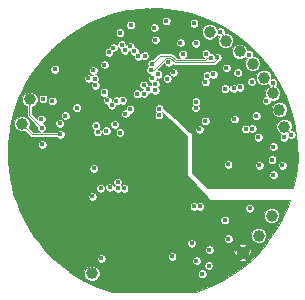
<source format=gbl>
G04 #@! TF.GenerationSoftware,KiCad,Pcbnew,5.0.2-bee76a0~70~ubuntu18.04.1*
G04 #@! TF.CreationDate,2019-07-22T04:32:19+02:00*
G04 #@! TF.ProjectId,mainboard,6d61696e-626f-4617-9264-2e6b69636164,rev?*
G04 #@! TF.SameCoordinates,Original*
G04 #@! TF.FileFunction,Copper,L4,Bot*
G04 #@! TF.FilePolarity,Positive*
%FSLAX46Y46*%
G04 Gerber Fmt 4.6, Leading zero omitted, Abs format (unit mm)*
G04 Created by KiCad (PCBNEW 5.0.2-bee76a0~70~ubuntu18.04.1) date Mo 22 Jul 2019 04:32:19 CEST*
%MOMM*%
%LPD*%
G01*
G04 APERTURE LIST*
G04 #@! TA.AperFunction,Conductor*
%ADD10C,0.100000*%
G04 #@! TD*
G04 #@! TA.AperFunction,Conductor*
%ADD11C,2.600000*%
G04 #@! TD*
G04 #@! TA.AperFunction,ViaPad*
%ADD12C,0.500000*%
G04 #@! TD*
G04 #@! TA.AperFunction,BGAPad,CuDef*
%ADD13C,1.000000*%
G04 #@! TD*
G04 #@! TA.AperFunction,ViaPad*
%ADD14C,0.450000*%
G04 #@! TD*
G04 #@! TA.AperFunction,Conductor*
%ADD15C,0.026000*%
G04 #@! TD*
G04 APERTURE END LIST*
D10*
G04 #@! TO.N,GNDD*
G04 #@! TO.C,U1*
G36*
X-2325496Y-4301204D02*
X-2301227Y-4304804D01*
X-2277429Y-4310765D01*
X-2254329Y-4319030D01*
X-2232151Y-4329520D01*
X-2211107Y-4342133D01*
X-2191402Y-4356747D01*
X-2173223Y-4373223D01*
X-2156747Y-4391402D01*
X-2142133Y-4411107D01*
X-2129520Y-4432151D01*
X-2119030Y-4454329D01*
X-2110765Y-4477429D01*
X-2104804Y-4501227D01*
X-2101204Y-4525496D01*
X-2100000Y-4550000D01*
X-2100000Y-6650000D01*
X-2101204Y-6674504D01*
X-2104804Y-6698773D01*
X-2110765Y-6722571D01*
X-2119030Y-6745671D01*
X-2129520Y-6767849D01*
X-2142133Y-6788893D01*
X-2156747Y-6808598D01*
X-2173223Y-6826777D01*
X-2191402Y-6843253D01*
X-2211107Y-6857867D01*
X-2232151Y-6870480D01*
X-2254329Y-6880970D01*
X-2277429Y-6889235D01*
X-2301227Y-6895196D01*
X-2325496Y-6898796D01*
X-2350000Y-6900000D01*
X-4450000Y-6900000D01*
X-4474504Y-6898796D01*
X-4498773Y-6895196D01*
X-4522571Y-6889235D01*
X-4545671Y-6880970D01*
X-4567849Y-6870480D01*
X-4588893Y-6857867D01*
X-4608598Y-6843253D01*
X-4626777Y-6826777D01*
X-4643253Y-6808598D01*
X-4657867Y-6788893D01*
X-4670480Y-6767849D01*
X-4680970Y-6745671D01*
X-4689235Y-6722571D01*
X-4695196Y-6698773D01*
X-4698796Y-6674504D01*
X-4700000Y-6650000D01*
X-4700000Y-4550000D01*
X-4698796Y-4525496D01*
X-4695196Y-4501227D01*
X-4689235Y-4477429D01*
X-4680970Y-4454329D01*
X-4670480Y-4432151D01*
X-4657867Y-4411107D01*
X-4643253Y-4391402D01*
X-4626777Y-4373223D01*
X-4608598Y-4356747D01*
X-4588893Y-4342133D01*
X-4567849Y-4329520D01*
X-4545671Y-4319030D01*
X-4522571Y-4310765D01*
X-4498773Y-4304804D01*
X-4474504Y-4301204D01*
X-4450000Y-4300000D01*
X-2350000Y-4300000D01*
X-2325496Y-4301204D01*
X-2325496Y-4301204D01*
G37*
D11*
X-3400000Y-5600000D03*
D12*
X-2350000Y-4550000D03*
X-2350000Y-5600000D03*
X-2350000Y-6650000D03*
X-3400000Y-4550000D03*
X-3400000Y-5600000D03*
X-3400000Y-6650000D03*
X-4450000Y-4550000D03*
X-4450000Y-5600000D03*
X-4450000Y-6650000D03*
G04 #@! TD*
D13*
G04 #@! TO.P,J13,1*
G04 #@! TO.N,ELEC2*
X-11072080Y2494440D03*
G04 #@! TD*
G04 #@! TO.P,J15,1*
G04 #@! TO.N,Net-(J15-Pad1)*
X-5136100Y-10159840D03*
G04 #@! TD*
G04 #@! TO.P,J16,1*
G04 #@! TO.N,GNDD*
X7627400Y-8419940D03*
G04 #@! TD*
G04 #@! TO.P,J14,1*
G04 #@! TO.N,O2_ELEC2*
X-10388820Y4569620D03*
G04 #@! TD*
G04 #@! TO.P,J6,1*
G04 #@! TO.N,+BATT*
X8988840Y-6984840D03*
G04 #@! TD*
G04 #@! TO.P,J3,1*
G04 #@! TO.N,ISFET2_D4*
X10162320Y5062380D03*
G04 #@! TD*
G04 #@! TO.P,J4,1*
G04 #@! TO.N,ISFET2_S*
X9400320Y6393340D03*
G04 #@! TD*
G04 #@! TO.P,J5,1*
G04 #@! TO.N,REFFET2_D*
X8460520Y7579520D03*
G04 #@! TD*
G04 #@! TO.P,J7,1*
G04 #@! TO.N,REFFET2_D2*
X7378480Y8631080D03*
G04 #@! TD*
G04 #@! TO.P,J8,1*
G04 #@! TO.N,COIL*
X10078500Y-5303360D03*
G04 #@! TD*
G04 #@! TO.P,J9,1*
G04 #@! TO.N,REFFET2_D3*
X6171980Y9520080D03*
G04 #@! TD*
G04 #@! TO.P,J10,1*
G04 #@! TO.N,REFFET2_D4*
X4835940Y10274460D03*
G04 #@! TD*
G04 #@! TO.P,J1,1*
G04 #@! TO.N,ISFET2_D2*
X11135140Y2230280D03*
G04 #@! TD*
G04 #@! TO.P,J2,1*
G04 #@! TO.N,ISFET2_D3*
X10731280Y3685700D03*
G04 #@! TD*
D14*
G04 #@! TO.N,REFFET2_D2*
X7387307Y8903010D03*
G04 #@! TO.N,ISFET2_D2*
X5123642Y6687003D03*
X11732040Y1572420D03*
G04 #@! TO.N,COIL*
X10068340Y-5321140D03*
G04 #@! TO.N,ISFET2_D3*
X4601010Y6559331D03*
X10960000Y3740000D03*
G04 #@! TO.N,ISFET2_D4*
X4459580Y6022940D03*
X10182640Y5953920D03*
G04 #@! TO.N,REFFET2_D4*
X4828320Y10274460D03*
G04 #@! TO.N,REFFET2_D3*
X5722400Y10269380D03*
G04 #@! TO.N,+BATT*
X8880000Y-7060000D03*
G04 #@! TO.N,VCC*
X441740Y6685440D03*
X4000000Y-4500000D03*
X3500000Y-4500000D03*
X-5438118Y6341577D03*
X235674Y9586314D03*
X-2766133Y10195573D03*
G04 #@! TO.N,GNDD*
X-6788754Y9944025D03*
X-9131136Y7848132D03*
X-11264680Y4251800D03*
X-12039538Y142637D03*
X-12006156Y-907221D03*
X-11881399Y-1950174D03*
X-11362250Y-3983730D03*
X-11666218Y-2978285D03*
X-10971808Y-4958856D03*
X-10497864Y-5896242D03*
X-9944025Y-6788754D03*
X-9314506Y-7629600D03*
X-8614098Y-8412380D03*
X-7848132Y-9131136D03*
X-7022437Y-9780399D03*
X-6143297Y-10355227D03*
X-4251800Y-11264680D03*
X3983730Y-11362250D03*
X4958856Y-10971808D03*
X5896242Y-10497864D03*
X6788754Y-9944025D03*
X7629600Y-9314506D03*
X9131136Y-7848132D03*
X8412380Y-8614098D03*
X-7629600Y9314506D03*
X-8412380Y8614098D03*
X-10355227Y6143297D03*
X-9780399Y7022437D03*
X-5896242Y10497864D03*
X-4958856Y10971808D03*
X3253839Y11592383D03*
X11831861Y-2231114D03*
X12006156Y907221D03*
X11666218Y2978285D03*
X4251800Y11264680D03*
X-381220Y-10373200D03*
X-2037300Y-9141300D03*
X1200000Y4500000D03*
X5200000Y4100000D03*
X6200000Y4100000D03*
X6200000Y3400000D03*
X5200000Y3400000D03*
X9684800Y-1831180D03*
X5887500Y-1470500D03*
X3217960Y-8879680D03*
X-5999629Y3503596D03*
X-7912320Y4330860D03*
X-7881840Y5552600D03*
X6200000Y4850000D03*
X-4059140Y-8315800D03*
X-1440400Y-7660480D03*
X990380Y-6088220D03*
X2194340Y-6083140D03*
X2201960Y-8679020D03*
X-10500000Y100000D03*
X-7676100Y-63340D03*
X-7665940Y-556100D03*
X-7686260Y-1061560D03*
X-8181560Y-1282540D03*
X-8463500Y-1754980D03*
X-8453340Y-2288380D03*
X-7914860Y-2303620D03*
X-7632920Y-4117180D03*
X-7132540Y-4373720D03*
X-7137620Y-3891120D03*
X-6037800Y-3987640D03*
X-5905720Y-2824320D03*
X-7683720Y-5552280D03*
X-8328880Y-5570060D03*
X-7869140Y-7906860D03*
X-8641300Y-7226140D03*
X-9009600Y-6509860D03*
X-9715720Y-5570060D03*
X-9106120Y-3957160D03*
X-11194000Y-2242660D03*
X-11041600Y-2725260D03*
X-10871420Y-3182460D03*
X-10665680Y-3637120D03*
X-10205940Y-4582000D03*
X-9962100Y-5041740D03*
X-10447240Y-4107020D03*
X-7114760Y-8633300D03*
X-6553420Y-9016840D03*
X-5522180Y-7365840D03*
X-3111720Y-10624660D03*
X-3782280Y-10454480D03*
X-424400Y-8254840D03*
X2295940Y-10441780D03*
X5768120Y-7320120D03*
X5958620Y-9174320D03*
X6941600Y-6354920D03*
X6390420Y-4762340D03*
X-142460Y-3085940D03*
X802420Y-3118960D03*
X5369340Y-4185760D03*
X-6248073Y-342193D03*
X-4198528Y5696547D03*
X903810Y9187800D03*
X-11475097Y-1858277D03*
X-10879250Y-1368900D03*
X-10879250Y-660240D03*
X-9004520Y261780D03*
X-8714960Y-1234280D03*
X-734280Y2657000D03*
X-6820120Y8412640D03*
X-434560Y11044080D03*
X-4204067Y3622347D03*
X-6040340Y8552340D03*
X8840000Y-5570000D03*
X3297194Y6627953D03*
X2490000Y4510000D03*
X2500000Y5190000D03*
X7100000Y9673010D03*
X11200000Y4460000D03*
X6750000Y750000D03*
X7500000Y-250000D03*
X11158000Y-4536280D03*
X-2250000Y-11500000D03*
X-3250000Y-11500000D03*
X-1250000Y-11500000D03*
X-250000Y-11500000D03*
X750000Y-11500000D03*
X1750000Y-11500000D03*
X2750000Y-11500000D03*
G04 #@! TO.N,ISFET2_SHNT*
X2351820Y9360060D03*
G04 #@! TO.N,ADC_IN7*
X3964720Y2006760D03*
X-677540Y8242992D03*
G04 #@! TO.N,+5VA*
X9037100Y-1026000D03*
X4439700Y2728120D03*
X6238020Y7216300D03*
X4741960Y-9512140D03*
X4190780Y-10210640D03*
X-6417318Y3842685D03*
X-7404320Y3175160D03*
X1229464Y6320000D03*
G04 #@! TO.N,REFFET2_D*
X8630000Y7380000D03*
X4515295Y8429595D03*
G04 #@! TO.N,ADC_IN6*
X7898297Y2047370D03*
X-1232656Y8205508D03*
G04 #@! TO.N,TAG_EN*
X210988Y5313840D03*
X8203980Y-4655660D03*
G04 #@! TO.N,ISFET1_S*
X3647220Y3833020D03*
X7387570Y5592208D03*
X8940974Y1354335D03*
G04 #@! TO.N,ISFET2_S*
X1764651Y6835416D03*
X3650000Y9310000D03*
X9623798Y6649562D03*
G04 #@! TO.N,ISFET1_SHNT*
X8762780Y3157380D03*
G04 #@! TO.N,ADC_IN3*
X2552480Y8394860D03*
X-2624626Y9197878D03*
G04 #@! TO.N,REFFET1_D*
X10220000Y550000D03*
X6382550Y-957450D03*
G04 #@! TO.N,ADC_IN0*
X7218460Y6814980D03*
X-3320391Y8932115D03*
G04 #@! TO.N,ADC_IN2*
X11119900Y1359060D03*
X-2364024Y8727194D03*
G04 #@! TO.N,Net-(C27-Pad2)*
X3667132Y4370653D03*
X8435120Y2082960D03*
X6859122Y5491266D03*
G04 #@! TO.N,ANT_SW*
X-9347420Y736760D03*
X-5034956Y7017752D03*
G04 #@! TO.N,Net-(C16-Pad1)*
X1640620Y-8745060D03*
X-4343620Y-8907620D03*
G04 #@! TO.N,RF_BUSY*
X-746041Y5048408D03*
X-2420840Y-2981800D03*
G04 #@! TO.N,RF_RST*
X-1303359Y5032434D03*
X-2958851Y-2981431D03*
G04 #@! TO.N,RF_MISO*
X-3642582Y-2885280D03*
X-3479341Y4065134D03*
G04 #@! TO.N,RF_MOSI*
X-4412200Y-2961480D03*
X-4120434Y5164233D03*
G04 #@! TO.N,RF_SCK*
X-5105620Y-3665060D03*
X-3826432Y4476211D03*
G04 #@! TO.N,RF_CS*
X-2964806Y-2443452D03*
G04 #@! TO.N,AFE_EN*
X-354485Y5424137D03*
G04 #@! TO.N,SWCLK*
X-1851880Y10853580D03*
G04 #@! TO.N,SWDIO*
X144560Y10622440D03*
G04 #@! TO.N,DAC_OUT1*
X8389252Y6050292D03*
X535550Y3227570D03*
X-1556799Y8634912D03*
G04 #@! TO.N,DAC_OUT2*
X-8283160Y7109620D03*
X-1909615Y9041085D03*
G04 #@! TO.N,ELEC2*
X-7831040Y1600360D03*
G04 #@! TO.N,ELEC_SNS1*
X-9438617Y2887920D03*
X-7861520Y2527460D03*
X-4970998Y-1287620D03*
G04 #@! TO.N,Net-(R3-Pad2)*
X1339673Y7689673D03*
X553494Y3765473D03*
G04 #@! TO.N,Net-(R16-Pad2)*
X6928900Y2890680D03*
X6126260Y5451000D03*
G04 #@! TO.N,O2_ELEC2*
X-9393140Y2159160D03*
G04 #@! TO.N,ADC_IN12*
X3502440Y11016140D03*
X-3698973Y8549842D03*
G04 #@! TO.N,GNDD*
X-6141940Y2034700D03*
X1190825Y12026012D03*
X-460000Y12140000D03*
X4610000Y-8710000D03*
X-3316556Y1713988D03*
G04 #@! TO.N,Net-(R34-Pad2)*
X4810000Y-8190000D03*
X3706840Y-9104271D03*
G04 #@! TO.N,ISFET2_SHNT*
X1138620Y11189563D03*
G04 #@! TO.N,+5VA*
X10975187Y-1027513D03*
X8158919Y8354441D03*
X-3200004Y2440000D03*
X-2766060Y1740000D03*
G04 #@! TO.N,ISFET1_SHNT*
X9624050Y4440080D03*
G04 #@! TO.N,RF_CS*
X-3066580Y4436073D03*
G04 #@! TO.N,AFE_EN*
X3293140Y-7630000D03*
G04 #@! TO.N,SWCLK*
X-2531952Y4496322D03*
G04 #@! TO.N,SWDIO*
X-2306990Y3347872D03*
G04 #@! TO.N,Net-(Q3-PadA2)*
X6120000Y-5660000D03*
X6403010Y-7249684D03*
G04 #@! TO.N,MUX4IN0*
X-9283411Y4593311D03*
X-4902420Y6291740D03*
G04 #@! TO.N,MUX4IN1*
X-8501600Y4419760D03*
X-4858648Y5755522D03*
G04 #@! TO.N,MUX3IN1*
X-3935339Y1889020D03*
X-1921361Y3723034D03*
G04 #@! TO.N,MUX3IN0*
X-4080798Y7491822D03*
X-4810000Y2340000D03*
G04 #@! TO.N,MUX3EN*
X-762487Y5776596D03*
X-4661340Y1788320D03*
G04 #@! TO.N,MUX2IN0*
X-68505Y7586143D03*
X4919760Y8074820D03*
G04 #@! TO.N,MUX2IN1*
X-169630Y7057721D03*
X5476020Y8107840D03*
G04 #@! TO.N,MUX1IN1*
X212037Y5868800D03*
X10222795Y-1828349D03*
G04 #@! TO.N,MUX1IN0*
X-43568Y6342709D03*
X10109851Y-565186D03*
G04 #@! TD*
D10*
G04 #@! TO.N,ISFET2_D2*
X11732040Y1572420D02*
X11297700Y2006760D01*
G04 #@! TO.N,ISFET2_D4*
X10182640Y5953920D02*
X10182640Y5176680D01*
G04 #@! TO.N,REFFET2_D3*
X6171980Y9520080D02*
X6171980Y9771540D01*
X6171980Y9771540D02*
X5724940Y10218580D01*
X5724940Y10218580D02*
X5724940Y10243980D01*
G04 #@! TO.N,ELEC2*
X-7831040Y1600360D02*
X-10190700Y1600360D01*
X-10190700Y1600360D02*
X-10218640Y1600360D01*
X-10218640Y1600360D02*
X-11059380Y2441100D01*
X-11059380Y2441100D02*
X-11069540Y2441100D01*
G04 #@! TO.N,O2_ELEC2*
X-9618139Y2384159D02*
X-9393140Y2159160D01*
X-10430000Y3196020D02*
X-9618139Y2384159D01*
X-10391360Y4584860D02*
X-10430000Y4546220D01*
X-10430000Y4546220D02*
X-10430000Y3196020D01*
G04 #@! TO.N,MUX2IN0*
X4601562Y8074820D02*
X4919760Y8074820D01*
X1576306Y8247540D02*
X1938845Y7885001D01*
X1938845Y7885001D02*
X4411743Y7885001D01*
X-76420Y7574440D02*
X596680Y8247540D01*
X596680Y8247540D02*
X1576306Y8247540D01*
X4411743Y7885001D02*
X4601562Y8074820D01*
G04 #@! TO.N,MUX2IN1*
X5463320Y7951598D02*
X5463320Y8123080D01*
X1866730Y7691229D02*
X4844849Y7691229D01*
X148568Y7057721D02*
X1143521Y8052674D01*
X1143521Y8052674D02*
X1505286Y8052674D01*
X1505286Y8052674D02*
X1866730Y7691229D01*
X4844849Y7691229D02*
X4849659Y7686419D01*
X4849659Y7686419D02*
X5198141Y7686419D01*
X-169630Y7057721D02*
X148568Y7057721D01*
X5198141Y7686419D02*
X5463320Y7951598D01*
G04 #@! TD*
G04 #@! TO.N,GNDD*
G36*
X1928591Y12122192D02*
X3267823Y11831667D01*
X4566322Y11393670D01*
X5807907Y10813659D01*
X6977102Y10098863D01*
X8059324Y9258202D01*
X9041101Y8302138D01*
X9910186Y7242596D01*
X10655749Y6092782D01*
X11268500Y4867023D01*
X11740796Y3580602D01*
X12066752Y2249553D01*
X12242307Y890468D01*
X12265271Y-479709D01*
X12135359Y-1843926D01*
X11903486Y-2950000D01*
X4620710Y-2950000D01*
X3424467Y-1753757D01*
X9847795Y-1753757D01*
X9847795Y-1902941D01*
X9904885Y-2040770D01*
X10010374Y-2146259D01*
X10148203Y-2203349D01*
X10297387Y-2203349D01*
X10435216Y-2146259D01*
X10540705Y-2040770D01*
X10597795Y-1902941D01*
X10597795Y-1753757D01*
X10540705Y-1615928D01*
X10435216Y-1510439D01*
X10297387Y-1453349D01*
X10148203Y-1453349D01*
X10010374Y-1510439D01*
X9904885Y-1615928D01*
X9847795Y-1753757D01*
X3424467Y-1753757D01*
X3350000Y-1679290D01*
X3350000Y-882858D01*
X6007550Y-882858D01*
X6007550Y-1032042D01*
X6064640Y-1169871D01*
X6170129Y-1275360D01*
X6307958Y-1332450D01*
X6457142Y-1332450D01*
X6594971Y-1275360D01*
X6700460Y-1169871D01*
X6757550Y-1032042D01*
X6757550Y-951408D01*
X8662100Y-951408D01*
X8662100Y-1100592D01*
X8719190Y-1238421D01*
X8824679Y-1343910D01*
X8962508Y-1401000D01*
X9111692Y-1401000D01*
X9249521Y-1343910D01*
X9355010Y-1238421D01*
X9412100Y-1100592D01*
X9412100Y-952921D01*
X10600187Y-952921D01*
X10600187Y-1102105D01*
X10657277Y-1239934D01*
X10762766Y-1345423D01*
X10900595Y-1402513D01*
X11049779Y-1402513D01*
X11187608Y-1345423D01*
X11293097Y-1239934D01*
X11350187Y-1102105D01*
X11350187Y-952921D01*
X11293097Y-815092D01*
X11187608Y-709603D01*
X11049779Y-652513D01*
X10900595Y-652513D01*
X10762766Y-709603D01*
X10657277Y-815092D01*
X10600187Y-952921D01*
X9412100Y-952921D01*
X9412100Y-951408D01*
X9355010Y-813579D01*
X9249521Y-708090D01*
X9111692Y-651000D01*
X8962508Y-651000D01*
X8824679Y-708090D01*
X8719190Y-813579D01*
X8662100Y-951408D01*
X6757550Y-951408D01*
X6757550Y-882858D01*
X6700460Y-745029D01*
X6594971Y-639540D01*
X6457142Y-582450D01*
X6307958Y-582450D01*
X6170129Y-639540D01*
X6064640Y-745029D01*
X6007550Y-882858D01*
X3350000Y-882858D01*
X3350000Y-490594D01*
X9734851Y-490594D01*
X9734851Y-639778D01*
X9791941Y-777607D01*
X9897430Y-883096D01*
X10035259Y-940186D01*
X10184443Y-940186D01*
X10322272Y-883096D01*
X10427761Y-777607D01*
X10484851Y-639778D01*
X10484851Y-490594D01*
X10427761Y-352765D01*
X10322272Y-247276D01*
X10184443Y-190186D01*
X10035259Y-190186D01*
X9897430Y-247276D01*
X9791941Y-352765D01*
X9734851Y-490594D01*
X3350000Y-490594D01*
X3350000Y624592D01*
X9845000Y624592D01*
X9845000Y475408D01*
X9902090Y337579D01*
X10007579Y232090D01*
X10145408Y175000D01*
X10294592Y175000D01*
X10432421Y232090D01*
X10537910Y337579D01*
X10595000Y475408D01*
X10595000Y624592D01*
X10537910Y762421D01*
X10432421Y867910D01*
X10294592Y925000D01*
X10145408Y925000D01*
X10007579Y867910D01*
X9902090Y762421D01*
X9845000Y624592D01*
X3350000Y624592D01*
X3350000Y1428927D01*
X8565974Y1428927D01*
X8565974Y1279743D01*
X8623064Y1141914D01*
X8728553Y1036425D01*
X8866382Y979335D01*
X9015566Y979335D01*
X9153395Y1036425D01*
X9258884Y1141914D01*
X9315974Y1279743D01*
X9315974Y1428927D01*
X9258884Y1566756D01*
X9153395Y1672245D01*
X9015566Y1729335D01*
X8866382Y1729335D01*
X8728553Y1672245D01*
X8623064Y1566756D01*
X8565974Y1428927D01*
X3350000Y1428927D01*
X3350000Y1600000D01*
X3345392Y1620965D01*
X3333914Y1636740D01*
X2852251Y2081352D01*
X3589720Y2081352D01*
X3589720Y1932168D01*
X3646810Y1794339D01*
X3752299Y1688850D01*
X3890128Y1631760D01*
X4039312Y1631760D01*
X4177141Y1688850D01*
X4282630Y1794339D01*
X4339720Y1932168D01*
X4339720Y2081352D01*
X4322899Y2121962D01*
X7523297Y2121962D01*
X7523297Y1972778D01*
X7580387Y1834949D01*
X7685876Y1729460D01*
X7823705Y1672370D01*
X7972889Y1672370D01*
X8110718Y1729460D01*
X8184504Y1803246D01*
X8222699Y1765050D01*
X8360528Y1707960D01*
X8509712Y1707960D01*
X8647541Y1765050D01*
X8753030Y1870539D01*
X8810120Y2008368D01*
X8810120Y2157552D01*
X8753030Y2295381D01*
X8688838Y2359573D01*
X10485140Y2359573D01*
X10485140Y2100987D01*
X10584097Y1862085D01*
X10766945Y1679237D01*
X10867920Y1637411D01*
X10801990Y1571481D01*
X10744900Y1433652D01*
X10744900Y1284468D01*
X10801990Y1146639D01*
X10907479Y1041150D01*
X11045308Y984060D01*
X11194492Y984060D01*
X11332321Y1041150D01*
X11437810Y1146639D01*
X11493366Y1280763D01*
X11519619Y1254510D01*
X11657448Y1197420D01*
X11806632Y1197420D01*
X11944461Y1254510D01*
X12049950Y1359999D01*
X12107040Y1497828D01*
X12107040Y1647012D01*
X12049950Y1784841D01*
X11944461Y1890330D01*
X11806632Y1947420D01*
X11721530Y1947420D01*
X11785140Y2100987D01*
X11785140Y2359573D01*
X11686183Y2598475D01*
X11503335Y2781323D01*
X11264433Y2880280D01*
X11005847Y2880280D01*
X10766945Y2781323D01*
X10584097Y2598475D01*
X10485140Y2359573D01*
X8688838Y2359573D01*
X8647541Y2400870D01*
X8509712Y2457960D01*
X8360528Y2457960D01*
X8222699Y2400870D01*
X8148914Y2327085D01*
X8110718Y2365280D01*
X7972889Y2422370D01*
X7823705Y2422370D01*
X7685876Y2365280D01*
X7580387Y2259791D01*
X7523297Y2121962D01*
X4322899Y2121962D01*
X4282630Y2219181D01*
X4177141Y2324670D01*
X4039312Y2381760D01*
X3890128Y2381760D01*
X3752299Y2324670D01*
X3646810Y2219181D01*
X3589720Y2081352D01*
X2852251Y2081352D01*
X2070778Y2802712D01*
X4064700Y2802712D01*
X4064700Y2653528D01*
X4121790Y2515699D01*
X4227279Y2410210D01*
X4365108Y2353120D01*
X4514292Y2353120D01*
X4652121Y2410210D01*
X4757610Y2515699D01*
X4814700Y2653528D01*
X4814700Y2802712D01*
X4757610Y2940541D01*
X4732879Y2965272D01*
X6553900Y2965272D01*
X6553900Y2816088D01*
X6610990Y2678259D01*
X6716479Y2572770D01*
X6854308Y2515680D01*
X7003492Y2515680D01*
X7141321Y2572770D01*
X7246810Y2678259D01*
X7303900Y2816088D01*
X7303900Y2965272D01*
X7246810Y3103101D01*
X7141321Y3208590D01*
X7084872Y3231972D01*
X8387780Y3231972D01*
X8387780Y3082788D01*
X8444870Y2944959D01*
X8550359Y2839470D01*
X8688188Y2782380D01*
X8837372Y2782380D01*
X8975201Y2839470D01*
X9080690Y2944959D01*
X9137780Y3082788D01*
X9137780Y3231972D01*
X9080690Y3369801D01*
X8975201Y3475290D01*
X8837372Y3532380D01*
X8688188Y3532380D01*
X8550359Y3475290D01*
X8444870Y3369801D01*
X8387780Y3231972D01*
X7084872Y3231972D01*
X7003492Y3265680D01*
X6854308Y3265680D01*
X6716479Y3208590D01*
X6610990Y3103101D01*
X6553900Y2965272D01*
X4732879Y2965272D01*
X4652121Y3046030D01*
X4514292Y3103120D01*
X4365108Y3103120D01*
X4227279Y3046030D01*
X4121790Y2940541D01*
X4064700Y2802712D01*
X2070778Y2802712D01*
X917051Y3867690D01*
X900516Y3907612D01*
X3272220Y3907612D01*
X3272220Y3758428D01*
X3329310Y3620599D01*
X3434799Y3515110D01*
X3572628Y3458020D01*
X3721812Y3458020D01*
X3859641Y3515110D01*
X3965130Y3620599D01*
X4022220Y3758428D01*
X4022220Y3814993D01*
X10081280Y3814993D01*
X10081280Y3556407D01*
X10180237Y3317505D01*
X10363085Y3134657D01*
X10601987Y3035700D01*
X10860573Y3035700D01*
X11099475Y3134657D01*
X11282323Y3317505D01*
X11381280Y3556407D01*
X11381280Y3814993D01*
X11282323Y4053895D01*
X11099475Y4236743D01*
X10860573Y4335700D01*
X10601987Y4335700D01*
X10363085Y4236743D01*
X10180237Y4053895D01*
X10081280Y3814993D01*
X4022220Y3814993D01*
X4022220Y3907612D01*
X3965130Y4045441D01*
X3918691Y4091881D01*
X3985042Y4158232D01*
X4042132Y4296061D01*
X4042132Y4445245D01*
X3985042Y4583074D01*
X3879553Y4688563D01*
X3741724Y4745653D01*
X3592540Y4745653D01*
X3454711Y4688563D01*
X3349222Y4583074D01*
X3292132Y4445245D01*
X3292132Y4296061D01*
X3349222Y4158232D01*
X3395662Y4111793D01*
X3329310Y4045441D01*
X3272220Y3907612D01*
X900516Y3907612D01*
X871404Y3977894D01*
X765915Y4083383D01*
X628086Y4140473D01*
X478902Y4140473D01*
X341073Y4083383D01*
X235584Y3977894D01*
X178494Y3840065D01*
X178494Y3690881D01*
X235584Y3553052D01*
X283143Y3505494D01*
X217640Y3439991D01*
X160550Y3302162D01*
X160550Y3152978D01*
X217640Y3015149D01*
X323129Y2909660D01*
X460958Y2852570D01*
X610142Y2852570D01*
X747971Y2909660D01*
X853460Y3015149D01*
X910550Y3152978D01*
X910550Y3302162D01*
X853460Y3439991D01*
X805902Y3487550D01*
X827349Y3508997D01*
X2950000Y1478636D01*
X2950000Y-1900000D01*
X2953331Y-1917944D01*
X2963750Y-1934437D01*
X4863750Y-3934437D01*
X4880866Y-3946194D01*
X4900000Y-3950000D01*
X11602131Y-3950000D01*
X11425268Y-4486673D01*
X10853943Y-5732269D01*
X10147328Y-6906428D01*
X9807703Y-7350000D01*
X9541140Y-7350000D01*
X9638840Y-7114133D01*
X9638840Y-6855547D01*
X9539883Y-6616645D01*
X9357035Y-6433797D01*
X9118133Y-6334840D01*
X8859547Y-6334840D01*
X8620645Y-6433797D01*
X8437797Y-6616645D01*
X8338840Y-6855547D01*
X8338840Y-7114133D01*
X8436540Y-7350000D01*
X6767355Y-7350000D01*
X6778010Y-7324276D01*
X6778010Y-7175092D01*
X6720920Y-7037263D01*
X6615431Y-6931774D01*
X6477602Y-6874684D01*
X6328418Y-6874684D01*
X6190589Y-6931774D01*
X6085100Y-7037263D01*
X6028010Y-7175092D01*
X6028010Y-7324276D01*
X6085100Y-7462105D01*
X6190589Y-7567594D01*
X6328418Y-7624684D01*
X6450000Y-7624684D01*
X6450000Y-10426648D01*
X6167019Y-10612957D01*
X4945574Y-11234247D01*
X3657606Y-11717341D01*
X3466755Y-11775000D01*
X-3460715Y-11775000D01*
X-4724955Y-11328804D01*
X-5958329Y-10731511D01*
X-7069727Y-10030547D01*
X-5786100Y-10030547D01*
X-5786100Y-10289133D01*
X-5687143Y-10528035D01*
X-5504295Y-10710883D01*
X-5265393Y-10809840D01*
X-5006807Y-10809840D01*
X-4767905Y-10710883D01*
X-4585057Y-10528035D01*
X-4486100Y-10289133D01*
X-4486100Y-10136048D01*
X3815780Y-10136048D01*
X3815780Y-10285232D01*
X3872870Y-10423061D01*
X3978359Y-10528550D01*
X4116188Y-10585640D01*
X4265372Y-10585640D01*
X4403201Y-10528550D01*
X4508690Y-10423061D01*
X4565780Y-10285232D01*
X4565780Y-10136048D01*
X4508690Y-9998219D01*
X4403201Y-9892730D01*
X4265372Y-9835640D01*
X4116188Y-9835640D01*
X3978359Y-9892730D01*
X3872870Y-9998219D01*
X3815780Y-10136048D01*
X-4486100Y-10136048D01*
X-4486100Y-10030547D01*
X-4585057Y-9791645D01*
X-4767905Y-9608797D01*
X-5006807Y-9509840D01*
X-5265393Y-9509840D01*
X-5504295Y-9608797D01*
X-5687143Y-9791645D01*
X-5786100Y-10030547D01*
X-7069727Y-10030547D01*
X-7117422Y-10000466D01*
X-8187807Y-9144769D01*
X-8499115Y-8833028D01*
X-4718620Y-8833028D01*
X-4718620Y-8982212D01*
X-4661530Y-9120041D01*
X-4556041Y-9225530D01*
X-4418212Y-9282620D01*
X-4269028Y-9282620D01*
X-4131199Y-9225530D01*
X-4025710Y-9120041D01*
X-3968620Y-8982212D01*
X-3968620Y-8833028D01*
X-4025710Y-8695199D01*
X-4050441Y-8670468D01*
X1265620Y-8670468D01*
X1265620Y-8819652D01*
X1322710Y-8957481D01*
X1428199Y-9062970D01*
X1566028Y-9120060D01*
X1715212Y-9120060D01*
X1853041Y-9062970D01*
X1886332Y-9029679D01*
X3331840Y-9029679D01*
X3331840Y-9178863D01*
X3388930Y-9316692D01*
X3494419Y-9422181D01*
X3632248Y-9479271D01*
X3781432Y-9479271D01*
X3882161Y-9437548D01*
X4366960Y-9437548D01*
X4366960Y-9586732D01*
X4424050Y-9724561D01*
X4529539Y-9830050D01*
X4667368Y-9887140D01*
X4816552Y-9887140D01*
X4954381Y-9830050D01*
X5059870Y-9724561D01*
X5116960Y-9586732D01*
X5116960Y-9437548D01*
X5059870Y-9299719D01*
X4954381Y-9194230D01*
X4816552Y-9137140D01*
X4667368Y-9137140D01*
X4529539Y-9194230D01*
X4424050Y-9299719D01*
X4366960Y-9437548D01*
X3882161Y-9437548D01*
X3919261Y-9422181D01*
X4024750Y-9316692D01*
X4081840Y-9178863D01*
X4081840Y-9029679D01*
X4024750Y-8891850D01*
X3919261Y-8786361D01*
X3781432Y-8729271D01*
X3632248Y-8729271D01*
X3494419Y-8786361D01*
X3388930Y-8891850D01*
X3331840Y-9029679D01*
X1886332Y-9029679D01*
X1958530Y-8957481D01*
X2015620Y-8819652D01*
X2015620Y-8670468D01*
X1958530Y-8532639D01*
X1853041Y-8427150D01*
X1715212Y-8370060D01*
X1566028Y-8370060D01*
X1428199Y-8427150D01*
X1322710Y-8532639D01*
X1265620Y-8670468D01*
X-4050441Y-8670468D01*
X-4131199Y-8589710D01*
X-4269028Y-8532620D01*
X-4418212Y-8532620D01*
X-4556041Y-8589710D01*
X-4661530Y-8695199D01*
X-4718620Y-8833028D01*
X-8499115Y-8833028D01*
X-9156133Y-8175098D01*
X-9203714Y-8115408D01*
X4435000Y-8115408D01*
X4435000Y-8264592D01*
X4492090Y-8402421D01*
X4597579Y-8507910D01*
X4735408Y-8565000D01*
X4884592Y-8565000D01*
X5022421Y-8507910D01*
X5127910Y-8402421D01*
X5185000Y-8264592D01*
X5185000Y-8115408D01*
X5127910Y-7977579D01*
X5022421Y-7872090D01*
X4884592Y-7815000D01*
X4735408Y-7815000D01*
X4597579Y-7872090D01*
X4492090Y-7977579D01*
X4435000Y-8115408D01*
X-9203714Y-8115408D01*
X-9650120Y-7555408D01*
X2918140Y-7555408D01*
X2918140Y-7704592D01*
X2975230Y-7842421D01*
X3080719Y-7947910D01*
X3218548Y-8005000D01*
X3367732Y-8005000D01*
X3505561Y-7947910D01*
X3611050Y-7842421D01*
X3668140Y-7704592D01*
X3668140Y-7555408D01*
X3611050Y-7417579D01*
X3505561Y-7312090D01*
X3367732Y-7255000D01*
X3218548Y-7255000D01*
X3080719Y-7312090D01*
X2975230Y-7417579D01*
X2918140Y-7555408D01*
X-9650120Y-7555408D01*
X-10010349Y-7103514D01*
X-10739781Y-5943409D01*
X-10912538Y-5585408D01*
X5745000Y-5585408D01*
X5745000Y-5734592D01*
X5802090Y-5872421D01*
X5907579Y-5977910D01*
X6045408Y-6035000D01*
X6194592Y-6035000D01*
X6332421Y-5977910D01*
X6437910Y-5872421D01*
X6495000Y-5734592D01*
X6495000Y-5585408D01*
X6437910Y-5447579D01*
X6332421Y-5342090D01*
X6194592Y-5285000D01*
X6045408Y-5285000D01*
X5907579Y-5342090D01*
X5802090Y-5447579D01*
X5745000Y-5585408D01*
X-10912538Y-5585408D01*
X-11111035Y-5174067D01*
X9428500Y-5174067D01*
X9428500Y-5432653D01*
X9527457Y-5671555D01*
X9710305Y-5854403D01*
X9949207Y-5953360D01*
X10207793Y-5953360D01*
X10446695Y-5854403D01*
X10629543Y-5671555D01*
X10728500Y-5432653D01*
X10728500Y-5174067D01*
X10629543Y-4935165D01*
X10446695Y-4752317D01*
X10207793Y-4653360D01*
X9949207Y-4653360D01*
X9710305Y-4752317D01*
X9527457Y-4935165D01*
X9428500Y-5174067D01*
X-11111035Y-5174067D01*
X-11335354Y-4709218D01*
X-11435077Y-4425408D01*
X3125000Y-4425408D01*
X3125000Y-4574592D01*
X3182090Y-4712421D01*
X3287579Y-4817910D01*
X3425408Y-4875000D01*
X3574592Y-4875000D01*
X3712421Y-4817910D01*
X3750000Y-4780331D01*
X3787579Y-4817910D01*
X3925408Y-4875000D01*
X4074592Y-4875000D01*
X4212421Y-4817910D01*
X4317910Y-4712421D01*
X4372317Y-4581068D01*
X7828980Y-4581068D01*
X7828980Y-4730252D01*
X7886070Y-4868081D01*
X7991559Y-4973570D01*
X8129388Y-5030660D01*
X8278572Y-5030660D01*
X8416401Y-4973570D01*
X8521890Y-4868081D01*
X8578980Y-4730252D01*
X8578980Y-4581068D01*
X8521890Y-4443239D01*
X8416401Y-4337750D01*
X8278572Y-4280660D01*
X8129388Y-4280660D01*
X7991559Y-4337750D01*
X7886070Y-4443239D01*
X7828980Y-4581068D01*
X4372317Y-4581068D01*
X4375000Y-4574592D01*
X4375000Y-4425408D01*
X4317910Y-4287579D01*
X4212421Y-4182090D01*
X4074592Y-4125000D01*
X3925408Y-4125000D01*
X3787579Y-4182090D01*
X3750000Y-4219669D01*
X3712421Y-4182090D01*
X3574592Y-4125000D01*
X3425408Y-4125000D01*
X3287579Y-4182090D01*
X3182090Y-4287579D01*
X3125000Y-4425408D01*
X-11435077Y-4425408D01*
X-11728455Y-3590468D01*
X-5480620Y-3590468D01*
X-5480620Y-3739652D01*
X-5423530Y-3877481D01*
X-5318041Y-3982970D01*
X-5180212Y-4040060D01*
X-5031028Y-4040060D01*
X-4893199Y-3982970D01*
X-4787710Y-3877481D01*
X-4730620Y-3739652D01*
X-4730620Y-3590468D01*
X-4787710Y-3452639D01*
X-4893199Y-3347150D01*
X-5031028Y-3290060D01*
X-5180212Y-3290060D01*
X-5318041Y-3347150D01*
X-5423530Y-3452639D01*
X-5480620Y-3590468D01*
X-11728455Y-3590468D01*
X-11789645Y-3416325D01*
X-11911487Y-2886888D01*
X-4787200Y-2886888D01*
X-4787200Y-3036072D01*
X-4730110Y-3173901D01*
X-4624621Y-3279390D01*
X-4486792Y-3336480D01*
X-4337608Y-3336480D01*
X-4199779Y-3279390D01*
X-4094290Y-3173901D01*
X-4037200Y-3036072D01*
X-4037200Y-2886888D01*
X-4068762Y-2810688D01*
X-4017582Y-2810688D01*
X-4017582Y-2959872D01*
X-3960492Y-3097701D01*
X-3855003Y-3203190D01*
X-3717174Y-3260280D01*
X-3567990Y-3260280D01*
X-3430161Y-3203190D01*
X-3324672Y-3097701D01*
X-3320630Y-3087942D01*
X-3276761Y-3193852D01*
X-3171272Y-3299341D01*
X-3033443Y-3356431D01*
X-2884259Y-3356431D01*
X-2746430Y-3299341D01*
X-2690030Y-3242941D01*
X-2633261Y-3299710D01*
X-2495432Y-3356800D01*
X-2346248Y-3356800D01*
X-2208419Y-3299710D01*
X-2102930Y-3194221D01*
X-2045840Y-3056392D01*
X-2045840Y-2907208D01*
X-2102930Y-2769379D01*
X-2208419Y-2663890D01*
X-2346248Y-2606800D01*
X-2495432Y-2606800D01*
X-2633261Y-2663890D01*
X-2689661Y-2720290D01*
X-2700487Y-2709464D01*
X-2646896Y-2655873D01*
X-2589806Y-2518044D01*
X-2589806Y-2368860D01*
X-2646896Y-2231031D01*
X-2752385Y-2125542D01*
X-2890214Y-2068452D01*
X-3039398Y-2068452D01*
X-3177227Y-2125542D01*
X-3282716Y-2231031D01*
X-3339806Y-2368860D01*
X-3339806Y-2518044D01*
X-3282716Y-2655873D01*
X-3223170Y-2715419D01*
X-3276761Y-2769010D01*
X-3280803Y-2778769D01*
X-3324672Y-2672859D01*
X-3430161Y-2567370D01*
X-3567990Y-2510280D01*
X-3717174Y-2510280D01*
X-3855003Y-2567370D01*
X-3960492Y-2672859D01*
X-4017582Y-2810688D01*
X-4068762Y-2810688D01*
X-4094290Y-2749059D01*
X-4199779Y-2643570D01*
X-4337608Y-2586480D01*
X-4486792Y-2586480D01*
X-4624621Y-2643570D01*
X-4730110Y-2749059D01*
X-4787200Y-2886888D01*
X-11911487Y-2886888D01*
X-12096983Y-2080864D01*
X-12196784Y-1213028D01*
X-5345998Y-1213028D01*
X-5345998Y-1362212D01*
X-5288908Y-1500041D01*
X-5183419Y-1605530D01*
X-5045590Y-1662620D01*
X-4896406Y-1662620D01*
X-4758577Y-1605530D01*
X-4653088Y-1500041D01*
X-4595998Y-1362212D01*
X-4595998Y-1213028D01*
X-4653088Y-1075199D01*
X-4758577Y-969710D01*
X-4896406Y-912620D01*
X-5045590Y-912620D01*
X-5183419Y-969710D01*
X-5288908Y-1075199D01*
X-5345998Y-1213028D01*
X-12196784Y-1213028D01*
X-12253546Y-719451D01*
X-12257378Y650918D01*
X-12239837Y811352D01*
X-9722420Y811352D01*
X-9722420Y662168D01*
X-9665330Y524339D01*
X-9559841Y418850D01*
X-9422012Y361760D01*
X-9272828Y361760D01*
X-9134999Y418850D01*
X-9029510Y524339D01*
X-8972420Y662168D01*
X-8972420Y811352D01*
X-9029510Y949181D01*
X-9134999Y1054670D01*
X-9272828Y1111760D01*
X-9422012Y1111760D01*
X-9559841Y1054670D01*
X-9665330Y949181D01*
X-9722420Y811352D01*
X-12239837Y811352D01*
X-12108431Y2013179D01*
X-11971511Y2623733D01*
X-11722080Y2623733D01*
X-11722080Y2365147D01*
X-11623123Y2126245D01*
X-11440275Y1943397D01*
X-11201373Y1844440D01*
X-10942787Y1844440D01*
X-10803328Y1902206D01*
X-10373990Y1472867D01*
X-10362832Y1456168D01*
X-10296676Y1411964D01*
X-10238338Y1400360D01*
X-10238337Y1400360D01*
X-10218640Y1396442D01*
X-10198944Y1400360D01*
X-8154095Y1400360D01*
X-8148950Y1387939D01*
X-8043461Y1282450D01*
X-7905632Y1225360D01*
X-7756448Y1225360D01*
X-7618619Y1282450D01*
X-7513130Y1387939D01*
X-7456040Y1525768D01*
X-7456040Y1674952D01*
X-7513130Y1812781D01*
X-7618619Y1918270D01*
X-7756448Y1975360D01*
X-7905632Y1975360D01*
X-8043461Y1918270D01*
X-8148950Y1812781D01*
X-8154095Y1800360D01*
X-9279437Y1800360D01*
X-9180719Y1841250D01*
X-9075230Y1946739D01*
X-9018140Y2084568D01*
X-9018140Y2233752D01*
X-9075230Y2371581D01*
X-9180719Y2477070D01*
X-9315647Y2532958D01*
X-9226196Y2570010D01*
X-9194154Y2602052D01*
X-8236520Y2602052D01*
X-8236520Y2452868D01*
X-8179430Y2315039D01*
X-8073941Y2209550D01*
X-7936112Y2152460D01*
X-7786928Y2152460D01*
X-7649099Y2209550D01*
X-7543610Y2315039D01*
X-7502375Y2414592D01*
X-5185000Y2414592D01*
X-5185000Y2265408D01*
X-5127910Y2127579D01*
X-5022421Y2022090D01*
X-4976798Y2003193D01*
X-4979250Y2000741D01*
X-5036340Y1862912D01*
X-5036340Y1713728D01*
X-4979250Y1575899D01*
X-4873761Y1470410D01*
X-4735932Y1413320D01*
X-4586748Y1413320D01*
X-4448919Y1470410D01*
X-4343430Y1575899D01*
X-4286340Y1713728D01*
X-4286340Y1756489D01*
X-4253249Y1676599D01*
X-4147760Y1571110D01*
X-4009931Y1514020D01*
X-3860747Y1514020D01*
X-3722918Y1571110D01*
X-3617429Y1676599D01*
X-3560339Y1814428D01*
X-3560339Y1814592D01*
X-3141060Y1814592D01*
X-3141060Y1665408D01*
X-3083970Y1527579D01*
X-2978481Y1422090D01*
X-2840652Y1365000D01*
X-2691468Y1365000D01*
X-2553639Y1422090D01*
X-2448150Y1527579D01*
X-2391060Y1665408D01*
X-2391060Y1814592D01*
X-2448150Y1952421D01*
X-2553639Y2057910D01*
X-2691468Y2115000D01*
X-2840652Y2115000D01*
X-2978481Y2057910D01*
X-3083970Y1952421D01*
X-3141060Y1814592D01*
X-3560339Y1814592D01*
X-3560339Y1963612D01*
X-3617429Y2101441D01*
X-3722918Y2206930D01*
X-3860747Y2264020D01*
X-4009931Y2264020D01*
X-4147760Y2206930D01*
X-4253249Y2101441D01*
X-4310339Y1963612D01*
X-4310339Y1920851D01*
X-4343430Y2000741D01*
X-4448919Y2106230D01*
X-4494542Y2125127D01*
X-4492090Y2127579D01*
X-4435000Y2265408D01*
X-4435000Y2414592D01*
X-4476420Y2514592D01*
X-3575004Y2514592D01*
X-3575004Y2365408D01*
X-3517914Y2227579D01*
X-3412425Y2122090D01*
X-3274596Y2065000D01*
X-3125412Y2065000D01*
X-2987583Y2122090D01*
X-2882094Y2227579D01*
X-2825004Y2365408D01*
X-2825004Y2514592D01*
X-2882094Y2652421D01*
X-2987583Y2757910D01*
X-3125412Y2815000D01*
X-3274596Y2815000D01*
X-3412425Y2757910D01*
X-3517914Y2652421D01*
X-3575004Y2514592D01*
X-4476420Y2514592D01*
X-4492090Y2552421D01*
X-4597579Y2657910D01*
X-4735408Y2715000D01*
X-4884592Y2715000D01*
X-5022421Y2657910D01*
X-5127910Y2552421D01*
X-5185000Y2414592D01*
X-7502375Y2414592D01*
X-7486520Y2452868D01*
X-7486520Y2602052D01*
X-7543610Y2739881D01*
X-7649099Y2845370D01*
X-7786928Y2902460D01*
X-7936112Y2902460D01*
X-8073941Y2845370D01*
X-8179430Y2739881D01*
X-8236520Y2602052D01*
X-9194154Y2602052D01*
X-9120707Y2675499D01*
X-9063617Y2813328D01*
X-9063617Y2962512D01*
X-9120707Y3100341D01*
X-9226196Y3205830D01*
X-9332234Y3249752D01*
X-7779320Y3249752D01*
X-7779320Y3100568D01*
X-7722230Y2962739D01*
X-7616741Y2857250D01*
X-7478912Y2800160D01*
X-7329728Y2800160D01*
X-7191899Y2857250D01*
X-7086410Y2962739D01*
X-7029320Y3100568D01*
X-7029320Y3249752D01*
X-7086410Y3387581D01*
X-7121293Y3422464D01*
X-2681990Y3422464D01*
X-2681990Y3273280D01*
X-2624900Y3135451D01*
X-2519411Y3029962D01*
X-2381582Y2972872D01*
X-2232398Y2972872D01*
X-2094569Y3029962D01*
X-1989080Y3135451D01*
X-1931990Y3273280D01*
X-1931990Y3348034D01*
X-1846769Y3348034D01*
X-1708940Y3405124D01*
X-1603451Y3510613D01*
X-1546361Y3648442D01*
X-1546361Y3797626D01*
X-1603451Y3935455D01*
X-1708940Y4040944D01*
X-1846769Y4098034D01*
X-1995953Y4098034D01*
X-2133782Y4040944D01*
X-2239271Y3935455D01*
X-2296361Y3797626D01*
X-2296361Y3722872D01*
X-2381582Y3722872D01*
X-2519411Y3665782D01*
X-2624900Y3560293D01*
X-2681990Y3422464D01*
X-7121293Y3422464D01*
X-7191899Y3493070D01*
X-7329728Y3550160D01*
X-7478912Y3550160D01*
X-7616741Y3493070D01*
X-7722230Y3387581D01*
X-7779320Y3249752D01*
X-9332234Y3249752D01*
X-9364025Y3262920D01*
X-9513209Y3262920D01*
X-9651038Y3205830D01*
X-9756527Y3100341D01*
X-9813617Y2962512D01*
X-9813617Y2862479D01*
X-10230000Y3278861D01*
X-10230000Y3917277D01*
X-6792318Y3917277D01*
X-6792318Y3768093D01*
X-6735228Y3630264D01*
X-6629739Y3524775D01*
X-6491910Y3467685D01*
X-6342726Y3467685D01*
X-6204897Y3524775D01*
X-6099408Y3630264D01*
X-6042318Y3768093D01*
X-6042318Y3917277D01*
X-6099408Y4055106D01*
X-6204897Y4160595D01*
X-6342726Y4217685D01*
X-6491910Y4217685D01*
X-6629739Y4160595D01*
X-6735228Y4055106D01*
X-6792318Y3917277D01*
X-10230000Y3917277D01*
X-10230000Y3931851D01*
X-10020625Y4018577D01*
X-9837777Y4201425D01*
X-9738820Y4440327D01*
X-9738820Y4667903D01*
X-9658411Y4667903D01*
X-9658411Y4518719D01*
X-9601321Y4380890D01*
X-9495832Y4275401D01*
X-9358003Y4218311D01*
X-9208819Y4218311D01*
X-9070990Y4275401D01*
X-8965501Y4380890D01*
X-8918505Y4494352D01*
X-8876600Y4494352D01*
X-8876600Y4345168D01*
X-8819510Y4207339D01*
X-8714021Y4101850D01*
X-8576192Y4044760D01*
X-8427008Y4044760D01*
X-8289179Y4101850D01*
X-8183690Y4207339D01*
X-8126600Y4345168D01*
X-8126600Y4494352D01*
X-8183690Y4632181D01*
X-8289179Y4737670D01*
X-8427008Y4794760D01*
X-8576192Y4794760D01*
X-8714021Y4737670D01*
X-8819510Y4632181D01*
X-8876600Y4494352D01*
X-8918505Y4494352D01*
X-8908411Y4518719D01*
X-8908411Y4667903D01*
X-8965501Y4805732D01*
X-9070990Y4911221D01*
X-9208819Y4968311D01*
X-9358003Y4968311D01*
X-9495832Y4911221D01*
X-9601321Y4805732D01*
X-9658411Y4667903D01*
X-9738820Y4667903D01*
X-9738820Y4698913D01*
X-9837777Y4937815D01*
X-10020625Y5120663D01*
X-10259527Y5219620D01*
X-10518113Y5219620D01*
X-10757015Y5120663D01*
X-10939863Y4937815D01*
X-11038820Y4698913D01*
X-11038820Y4440327D01*
X-10939863Y4201425D01*
X-10757015Y4018577D01*
X-10630000Y3965965D01*
X-10629999Y3215721D01*
X-10633918Y3196020D01*
X-10618395Y3117984D01*
X-10574191Y3051828D01*
X-10557489Y3040668D01*
X-9762995Y2246172D01*
X-9768140Y2233752D01*
X-9768140Y2084568D01*
X-9711050Y1946739D01*
X-9605561Y1841250D01*
X-9506843Y1800360D01*
X-10135797Y1800360D01*
X-10503653Y2168215D01*
X-10422080Y2365147D01*
X-10422080Y2623733D01*
X-10521037Y2862635D01*
X-10703885Y3045483D01*
X-10942787Y3144440D01*
X-11201373Y3144440D01*
X-11440275Y3045483D01*
X-11623123Y2862635D01*
X-11722080Y2623733D01*
X-11971511Y2623733D01*
X-11808564Y3350343D01*
X-11361510Y4645760D01*
X-11079398Y5238825D01*
X-4495434Y5238825D01*
X-4495434Y5089641D01*
X-4438344Y4951812D01*
X-4332855Y4846323D01*
X-4195026Y4789233D01*
X-4045842Y4789233D01*
X-4042255Y4790719D01*
X-4144342Y4688632D01*
X-4201432Y4550803D01*
X-4201432Y4401619D01*
X-4144342Y4263790D01*
X-4038853Y4158301D01*
X-3901024Y4101211D01*
X-3854341Y4101211D01*
X-3854341Y3990542D01*
X-3797251Y3852713D01*
X-3691762Y3747224D01*
X-3553933Y3690134D01*
X-3404749Y3690134D01*
X-3266920Y3747224D01*
X-3161431Y3852713D01*
X-3104341Y3990542D01*
X-3104341Y4061073D01*
X-2991988Y4061073D01*
X-2854159Y4118163D01*
X-2769142Y4203181D01*
X-2744373Y4178412D01*
X-2606544Y4121322D01*
X-2457360Y4121322D01*
X-2319531Y4178412D01*
X-2214042Y4283901D01*
X-2156952Y4421730D01*
X-2156952Y4570914D01*
X-2214042Y4708743D01*
X-2319531Y4814232D01*
X-2457360Y4871322D01*
X-2606544Y4871322D01*
X-2744373Y4814232D01*
X-2829391Y4729215D01*
X-2854159Y4753983D01*
X-2991988Y4811073D01*
X-3141172Y4811073D01*
X-3279001Y4753983D01*
X-3384490Y4648494D01*
X-3441580Y4510665D01*
X-3441580Y4440134D01*
X-3451432Y4440134D01*
X-3451432Y4550803D01*
X-3508522Y4688632D01*
X-3614011Y4794121D01*
X-3751840Y4851211D01*
X-3901024Y4851211D01*
X-3904611Y4849725D01*
X-3802524Y4951812D01*
X-3745434Y5089641D01*
X-3745434Y5107026D01*
X-1678359Y5107026D01*
X-1678359Y4957842D01*
X-1621269Y4820013D01*
X-1515780Y4714524D01*
X-1377951Y4657434D01*
X-1228767Y4657434D01*
X-1090938Y4714524D01*
X-1016713Y4788749D01*
X-958462Y4730498D01*
X-820633Y4673408D01*
X-671449Y4673408D01*
X-533620Y4730498D01*
X-428131Y4835987D01*
X-371041Y4973816D01*
X-371041Y5049137D01*
X-279893Y5049137D01*
X-142064Y5106227D01*
X-118623Y5129668D01*
X-106922Y5101419D01*
X-1433Y4995930D01*
X136396Y4938840D01*
X285580Y4938840D01*
X423409Y4995930D01*
X528898Y5101419D01*
X585988Y5239248D01*
X585988Y5388432D01*
X529176Y5525592D01*
X5751260Y5525592D01*
X5751260Y5376408D01*
X5808350Y5238579D01*
X5913839Y5133090D01*
X6051668Y5076000D01*
X6200852Y5076000D01*
X6338681Y5133090D01*
X6444170Y5238579D01*
X6501030Y5375853D01*
X6541212Y5278845D01*
X6646701Y5173356D01*
X6784530Y5116266D01*
X6933714Y5116266D01*
X7071543Y5173356D01*
X7173817Y5275630D01*
X7175149Y5274298D01*
X7312978Y5217208D01*
X7462162Y5217208D01*
X7599991Y5274298D01*
X7705480Y5379787D01*
X7762570Y5517616D01*
X7762570Y5666800D01*
X7705480Y5804629D01*
X7599991Y5910118D01*
X7462162Y5967208D01*
X7312978Y5967208D01*
X7175149Y5910118D01*
X7072875Y5807844D01*
X7071543Y5809176D01*
X6933714Y5866266D01*
X6784530Y5866266D01*
X6646701Y5809176D01*
X6541212Y5703687D01*
X6484352Y5566413D01*
X6444170Y5663421D01*
X6338681Y5768910D01*
X6200852Y5826000D01*
X6051668Y5826000D01*
X5913839Y5768910D01*
X5808350Y5663421D01*
X5751260Y5525592D01*
X529176Y5525592D01*
X528898Y5526261D01*
X464364Y5590796D01*
X529947Y5656379D01*
X587037Y5794208D01*
X587037Y5943392D01*
X529947Y6081221D01*
X424458Y6186710D01*
X316274Y6231521D01*
X331432Y6268117D01*
X331432Y6325234D01*
X367148Y6310440D01*
X516332Y6310440D01*
X654161Y6367530D01*
X681223Y6394592D01*
X854464Y6394592D01*
X854464Y6245408D01*
X911554Y6107579D01*
X1017043Y6002090D01*
X1154872Y5945000D01*
X1304056Y5945000D01*
X1441885Y6002090D01*
X1537327Y6097532D01*
X4084580Y6097532D01*
X4084580Y5948348D01*
X4141670Y5810519D01*
X4247159Y5705030D01*
X4384988Y5647940D01*
X4534172Y5647940D01*
X4672001Y5705030D01*
X4777490Y5810519D01*
X4834580Y5948348D01*
X4834580Y6097532D01*
X4823251Y6124884D01*
X8014252Y6124884D01*
X8014252Y5975700D01*
X8071342Y5837871D01*
X8176831Y5732382D01*
X8314660Y5675292D01*
X8463844Y5675292D01*
X8601673Y5732382D01*
X8707162Y5837871D01*
X8764252Y5975700D01*
X8764252Y6124884D01*
X8707162Y6262713D01*
X8601673Y6368202D01*
X8463844Y6425292D01*
X8314660Y6425292D01*
X8176831Y6368202D01*
X8071342Y6262713D01*
X8014252Y6124884D01*
X4823251Y6124884D01*
X4780611Y6227827D01*
X4813431Y6241421D01*
X4918920Y6346910D01*
X4925635Y6363122D01*
X5049050Y6312003D01*
X5198234Y6312003D01*
X5336063Y6369093D01*
X5441552Y6474582D01*
X5498642Y6612411D01*
X5498642Y6761595D01*
X5441552Y6899424D01*
X5336063Y7004913D01*
X5198234Y7062003D01*
X5049050Y7062003D01*
X4911221Y7004913D01*
X4805732Y6899424D01*
X4799017Y6883212D01*
X4675602Y6934331D01*
X4526418Y6934331D01*
X4388589Y6877241D01*
X4283100Y6771752D01*
X4226010Y6633923D01*
X4226010Y6484739D01*
X4279979Y6354444D01*
X4247159Y6340850D01*
X4141670Y6235361D01*
X4084580Y6097532D01*
X1537327Y6097532D01*
X1547374Y6107579D01*
X1604464Y6245408D01*
X1604464Y6394592D01*
X1553826Y6516845D01*
X1690059Y6460416D01*
X1839243Y6460416D01*
X1977072Y6517506D01*
X2082561Y6622995D01*
X2139651Y6760824D01*
X2139651Y6910008D01*
X2082561Y7047837D01*
X1977072Y7153326D01*
X1839243Y7210416D01*
X1690059Y7210416D01*
X1552230Y7153326D01*
X1446741Y7047837D01*
X1389651Y6910008D01*
X1389651Y6760824D01*
X1440289Y6638571D01*
X1304056Y6695000D01*
X1154872Y6695000D01*
X1017043Y6637910D01*
X911554Y6532421D01*
X854464Y6394592D01*
X681223Y6394592D01*
X759650Y6473019D01*
X816740Y6610848D01*
X816740Y6760032D01*
X759650Y6897861D01*
X654161Y7003350D01*
X516332Y7060440D01*
X434128Y7060440D01*
X664580Y7290892D01*
X5863020Y7290892D01*
X5863020Y7141708D01*
X5920110Y7003879D01*
X6025599Y6898390D01*
X6163428Y6841300D01*
X6312612Y6841300D01*
X6429152Y6889572D01*
X6843460Y6889572D01*
X6843460Y6740388D01*
X6900550Y6602559D01*
X7006039Y6497070D01*
X7143868Y6439980D01*
X7293052Y6439980D01*
X7430881Y6497070D01*
X7456444Y6522633D01*
X8750320Y6522633D01*
X8750320Y6264047D01*
X8849277Y6025145D01*
X9032125Y5842297D01*
X9271027Y5743340D01*
X9529613Y5743340D01*
X9768515Y5842297D01*
X9807640Y5881422D01*
X9807640Y5879328D01*
X9864730Y5741499D01*
X9934613Y5671616D01*
X9794125Y5613423D01*
X9611277Y5430575D01*
X9512320Y5191673D01*
X9512320Y4933087D01*
X9561200Y4815080D01*
X9549458Y4815080D01*
X9411629Y4757990D01*
X9306140Y4652501D01*
X9249050Y4514672D01*
X9249050Y4365488D01*
X9306140Y4227659D01*
X9411629Y4122170D01*
X9549458Y4065080D01*
X9698642Y4065080D01*
X9836471Y4122170D01*
X9941960Y4227659D01*
X9999050Y4365488D01*
X9999050Y4426454D01*
X10033027Y4412380D01*
X10291613Y4412380D01*
X10530515Y4511337D01*
X10713363Y4694185D01*
X10812320Y4933087D01*
X10812320Y5191673D01*
X10713363Y5430575D01*
X10530515Y5613423D01*
X10418763Y5659712D01*
X10500550Y5741499D01*
X10557640Y5879328D01*
X10557640Y6028512D01*
X10500550Y6166341D01*
X10395061Y6271830D01*
X10257232Y6328920D01*
X10108048Y6328920D01*
X10050320Y6305009D01*
X10050320Y6522633D01*
X9998798Y6647017D01*
X9998798Y6724154D01*
X9941708Y6861983D01*
X9836219Y6967472D01*
X9698390Y7024562D01*
X9574947Y7024562D01*
X9529613Y7043340D01*
X9271027Y7043340D01*
X9032125Y6944383D01*
X8849277Y6761535D01*
X8750320Y6522633D01*
X7456444Y6522633D01*
X7536370Y6602559D01*
X7593460Y6740388D01*
X7593460Y6889572D01*
X7536370Y7027401D01*
X7430881Y7132890D01*
X7293052Y7189980D01*
X7143868Y7189980D01*
X7006039Y7132890D01*
X6900550Y7027401D01*
X6843460Y6889572D01*
X6429152Y6889572D01*
X6450441Y6898390D01*
X6555930Y7003879D01*
X6613020Y7141708D01*
X6613020Y7290892D01*
X6555930Y7428721D01*
X6450441Y7534210D01*
X6312612Y7591300D01*
X6163428Y7591300D01*
X6025599Y7534210D01*
X5920110Y7428721D01*
X5863020Y7290892D01*
X664580Y7290892D01*
X971731Y7598042D01*
X1021763Y7477252D01*
X1127252Y7371763D01*
X1265081Y7314673D01*
X1414265Y7314673D01*
X1552094Y7371763D01*
X1657583Y7477252D01*
X1698670Y7576447D01*
X1711378Y7563739D01*
X1722538Y7547037D01*
X1788694Y7502833D01*
X1847032Y7491229D01*
X1847033Y7491229D01*
X1866729Y7487311D01*
X1886427Y7491229D01*
X4805779Y7491229D01*
X4829961Y7486419D01*
X4829962Y7486419D01*
X4849658Y7482501D01*
X4869355Y7486419D01*
X5178445Y7486419D01*
X5198141Y7482501D01*
X5217837Y7486419D01*
X5217839Y7486419D01*
X5276177Y7498023D01*
X5342333Y7542227D01*
X5353494Y7558931D01*
X5527404Y7732840D01*
X5550612Y7732840D01*
X5688441Y7789930D01*
X5793930Y7895419D01*
X5851020Y8033248D01*
X5851020Y8182432D01*
X5793930Y8320261D01*
X5688441Y8425750D01*
X5550612Y8482840D01*
X5401428Y8482840D01*
X5263599Y8425750D01*
X5181380Y8343531D01*
X5132181Y8392730D01*
X4994352Y8449820D01*
X4890295Y8449820D01*
X4890295Y8504187D01*
X4833205Y8642016D01*
X4727716Y8747505D01*
X4696650Y8760373D01*
X6728480Y8760373D01*
X6728480Y8501787D01*
X6827437Y8262885D01*
X7010285Y8080037D01*
X7249187Y7981080D01*
X7507773Y7981080D01*
X7746675Y8080037D01*
X7831534Y8164896D01*
X7841009Y8142020D01*
X7946498Y8036531D01*
X7983123Y8021361D01*
X7909477Y7947715D01*
X7810520Y7708813D01*
X7810520Y7450227D01*
X7909477Y7211325D01*
X8092325Y7028477D01*
X8331227Y6929520D01*
X8589813Y6929520D01*
X8828715Y7028477D01*
X9011563Y7211325D01*
X9110520Y7450227D01*
X9110520Y7708813D01*
X9011563Y7947715D01*
X8828715Y8130563D01*
X8589813Y8229520D01*
X8513072Y8229520D01*
X8533919Y8279849D01*
X8533919Y8429033D01*
X8476829Y8566862D01*
X8371340Y8672351D01*
X8233511Y8729441D01*
X8084327Y8729441D01*
X8028480Y8706309D01*
X8028480Y8760373D01*
X7929523Y8999275D01*
X7746675Y9182123D01*
X7507773Y9281080D01*
X7249187Y9281080D01*
X7010285Y9182123D01*
X6827437Y8999275D01*
X6728480Y8760373D01*
X4696650Y8760373D01*
X4589887Y8804595D01*
X4440703Y8804595D01*
X4302874Y8747505D01*
X4197385Y8642016D01*
X4140295Y8504187D01*
X4140295Y8355003D01*
X4197385Y8217174D01*
X4302874Y8111685D01*
X4340147Y8096246D01*
X4328901Y8085001D01*
X2772952Y8085001D01*
X2870390Y8182439D01*
X2927480Y8320268D01*
X2927480Y8469452D01*
X2870390Y8607281D01*
X2764901Y8712770D01*
X2627072Y8769860D01*
X2477888Y8769860D01*
X2340059Y8712770D01*
X2234570Y8607281D01*
X2177480Y8469452D01*
X2177480Y8320268D01*
X2234570Y8182439D01*
X2332008Y8085001D01*
X2021688Y8085001D01*
X1731659Y8375028D01*
X1720498Y8391732D01*
X1654342Y8435936D01*
X1596004Y8447540D01*
X1596002Y8447540D01*
X1576306Y8451458D01*
X1556610Y8447540D01*
X616376Y8447540D01*
X596679Y8451458D01*
X576983Y8447540D01*
X576982Y8447540D01*
X518644Y8435936D01*
X452488Y8391732D01*
X441328Y8375030D01*
X21187Y7954888D01*
X6087Y7961143D01*
X-143097Y7961143D01*
X-280926Y7904053D01*
X-386415Y7798564D01*
X-443505Y7660735D01*
X-443505Y7511551D01*
X-386415Y7373722D01*
X-385188Y7372495D01*
X-487540Y7270142D01*
X-544630Y7132313D01*
X-544630Y6983129D01*
X-487540Y6845300D01*
X-382051Y6739811D01*
X-244222Y6682721D01*
X-202629Y6682721D01*
X-255989Y6660619D01*
X-361478Y6555130D01*
X-418568Y6417301D01*
X-418568Y6268117D01*
X-361478Y6130288D01*
X-255989Y6024799D01*
X-147805Y5979988D01*
X-162963Y5943392D01*
X-162963Y5794208D01*
X-140858Y5740841D01*
X-142064Y5742047D01*
X-279893Y5799137D01*
X-387487Y5799137D01*
X-387487Y5851188D01*
X-444577Y5989017D01*
X-550066Y6094506D01*
X-687895Y6151596D01*
X-837079Y6151596D01*
X-974908Y6094506D01*
X-1080397Y5989017D01*
X-1137487Y5851188D01*
X-1137487Y5702004D01*
X-1080397Y5564175D01*
X-974908Y5458686D01*
X-855186Y5409096D01*
X-958462Y5366318D01*
X-1032687Y5292093D01*
X-1090938Y5350344D01*
X-1228767Y5407434D01*
X-1377951Y5407434D01*
X-1515780Y5350344D01*
X-1621269Y5244855D01*
X-1678359Y5107026D01*
X-3745434Y5107026D01*
X-3745434Y5238825D01*
X-3802524Y5376654D01*
X-3908013Y5482143D01*
X-4045842Y5539233D01*
X-4195026Y5539233D01*
X-4332855Y5482143D01*
X-4438344Y5376654D01*
X-4495434Y5238825D01*
X-11079398Y5238825D01*
X-10772849Y5883259D01*
X-10441918Y6416169D01*
X-5813118Y6416169D01*
X-5813118Y6266985D01*
X-5756028Y6129156D01*
X-5650539Y6023667D01*
X-5512710Y5966577D01*
X-5363526Y5966577D01*
X-5225697Y6023667D01*
X-5195188Y6054177D01*
X-5142756Y6001745D01*
X-5176558Y5967943D01*
X-5233648Y5830114D01*
X-5233648Y5680930D01*
X-5176558Y5543101D01*
X-5071069Y5437612D01*
X-4933240Y5380522D01*
X-4784056Y5380522D01*
X-4646227Y5437612D01*
X-4540738Y5543101D01*
X-4483648Y5680930D01*
X-4483648Y5830114D01*
X-4540738Y5967943D01*
X-4618312Y6045517D01*
X-4584510Y6079319D01*
X-4527420Y6217148D01*
X-4527420Y6366332D01*
X-4584510Y6504161D01*
X-4689999Y6609650D01*
X-4827828Y6666740D01*
X-4902451Y6666740D01*
X-4822535Y6699842D01*
X-4717046Y6805331D01*
X-4659956Y6943160D01*
X-4659956Y7092344D01*
X-4717046Y7230173D01*
X-4822535Y7335662D01*
X-4960364Y7392752D01*
X-5109548Y7392752D01*
X-5247377Y7335662D01*
X-5352866Y7230173D01*
X-5409956Y7092344D01*
X-5409956Y6943160D01*
X-5352866Y6805331D01*
X-5247377Y6699842D01*
X-5109548Y6642752D01*
X-5034925Y6642752D01*
X-5114841Y6609650D01*
X-5145351Y6579141D01*
X-5225697Y6659487D01*
X-5363526Y6716577D01*
X-5512710Y6716577D01*
X-5650539Y6659487D01*
X-5756028Y6553998D01*
X-5813118Y6416169D01*
X-10441918Y6416169D01*
X-10049913Y7047428D01*
X-9942121Y7184212D01*
X-8658160Y7184212D01*
X-8658160Y7035028D01*
X-8601070Y6897199D01*
X-8495581Y6791710D01*
X-8357752Y6734620D01*
X-8208568Y6734620D01*
X-8070739Y6791710D01*
X-7965250Y6897199D01*
X-7908160Y7035028D01*
X-7908160Y7184212D01*
X-7965250Y7322041D01*
X-8070739Y7427530D01*
X-8208568Y7484620D01*
X-8357752Y7484620D01*
X-8495581Y7427530D01*
X-8601070Y7322041D01*
X-8658160Y7184212D01*
X-9942121Y7184212D01*
X-9640929Y7566414D01*
X-4455798Y7566414D01*
X-4455798Y7417230D01*
X-4398708Y7279401D01*
X-4293219Y7173912D01*
X-4155390Y7116822D01*
X-4006206Y7116822D01*
X-3868377Y7173912D01*
X-3762888Y7279401D01*
X-3705798Y7417230D01*
X-3705798Y7566414D01*
X-3762888Y7704243D01*
X-3868377Y7809732D01*
X-4006206Y7866822D01*
X-4155390Y7866822D01*
X-4293219Y7809732D01*
X-4398708Y7704243D01*
X-4455798Y7566414D01*
X-9640929Y7566414D01*
X-9201714Y8123760D01*
X-8707297Y8624434D01*
X-4073973Y8624434D01*
X-4073973Y8475250D01*
X-4016883Y8337421D01*
X-3911394Y8231932D01*
X-3773565Y8174842D01*
X-3624381Y8174842D01*
X-3486552Y8231932D01*
X-3381063Y8337421D01*
X-3323973Y8475250D01*
X-3323973Y8557115D01*
X-3245799Y8557115D01*
X-3107970Y8614205D01*
X-3002481Y8719694D01*
X-2945391Y8857523D01*
X-2945391Y8992350D01*
X-2942536Y8985457D01*
X-2837047Y8879968D01*
X-2725738Y8833863D01*
X-2739024Y8801786D01*
X-2739024Y8652602D01*
X-2681934Y8514773D01*
X-2576445Y8409284D01*
X-2438616Y8352194D01*
X-2289432Y8352194D01*
X-2151603Y8409284D01*
X-2046114Y8514773D01*
X-1989024Y8652602D01*
X-1989024Y8668080D01*
X-1984207Y8666085D01*
X-1931799Y8666085D01*
X-1931799Y8560320D01*
X-1874709Y8422491D01*
X-1769220Y8317002D01*
X-1631391Y8259912D01*
X-1607656Y8259912D01*
X-1607656Y8130916D01*
X-1550566Y7993087D01*
X-1445077Y7887598D01*
X-1307248Y7830508D01*
X-1158064Y7830508D01*
X-1020235Y7887598D01*
X-936356Y7971477D01*
X-889961Y7925082D01*
X-752132Y7867992D01*
X-602948Y7867992D01*
X-465119Y7925082D01*
X-359630Y8030571D01*
X-302540Y8168400D01*
X-302540Y8317584D01*
X-359630Y8455413D01*
X-465119Y8560902D01*
X-602948Y8617992D01*
X-752132Y8617992D01*
X-889961Y8560902D01*
X-973840Y8477023D01*
X-1020235Y8523418D01*
X-1158064Y8580508D01*
X-1181799Y8580508D01*
X-1181799Y8709504D01*
X-1238889Y8847333D01*
X-1344378Y8952822D01*
X-1482207Y9009912D01*
X-1534615Y9009912D01*
X-1534615Y9115677D01*
X-1591705Y9253506D01*
X-1697194Y9358995D01*
X-1835023Y9416085D01*
X-1984207Y9416085D01*
X-2122036Y9358995D01*
X-2227525Y9253506D01*
X-2249626Y9200149D01*
X-2249626Y9272470D01*
X-2306716Y9410299D01*
X-2412205Y9515788D01*
X-2550034Y9572878D01*
X-2699218Y9572878D01*
X-2837047Y9515788D01*
X-2942536Y9410299D01*
X-2999626Y9272470D01*
X-2999626Y9137643D01*
X-3002481Y9144536D01*
X-3107970Y9250025D01*
X-3245799Y9307115D01*
X-3394983Y9307115D01*
X-3532812Y9250025D01*
X-3638301Y9144536D01*
X-3695391Y9006707D01*
X-3695391Y8924842D01*
X-3773565Y8924842D01*
X-3911394Y8867752D01*
X-4016883Y8762263D01*
X-4073973Y8624434D01*
X-8707297Y8624434D01*
X-8238817Y9098841D01*
X-7543738Y9660906D01*
X-139326Y9660906D01*
X-139326Y9511722D01*
X-82236Y9373893D01*
X23253Y9268404D01*
X161082Y9211314D01*
X310266Y9211314D01*
X448095Y9268404D01*
X553584Y9373893D01*
X578750Y9434652D01*
X1976820Y9434652D01*
X1976820Y9285468D01*
X2033910Y9147639D01*
X2139399Y9042150D01*
X2277228Y8985060D01*
X2426412Y8985060D01*
X2564241Y9042150D01*
X2669730Y9147639D01*
X2726820Y9285468D01*
X2726820Y9384592D01*
X3275000Y9384592D01*
X3275000Y9235408D01*
X3332090Y9097579D01*
X3437579Y8992090D01*
X3575408Y8935000D01*
X3724592Y8935000D01*
X3862421Y8992090D01*
X3967910Y9097579D01*
X4025000Y9235408D01*
X4025000Y9384592D01*
X3967910Y9522421D01*
X3862421Y9627910D01*
X3724592Y9685000D01*
X3575408Y9685000D01*
X3437579Y9627910D01*
X3332090Y9522421D01*
X3275000Y9384592D01*
X2726820Y9384592D01*
X2726820Y9434652D01*
X2669730Y9572481D01*
X2564241Y9677970D01*
X2426412Y9735060D01*
X2277228Y9735060D01*
X2139399Y9677970D01*
X2033910Y9572481D01*
X1976820Y9434652D01*
X578750Y9434652D01*
X610674Y9511722D01*
X610674Y9660906D01*
X553584Y9798735D01*
X448095Y9904224D01*
X310266Y9961314D01*
X161082Y9961314D01*
X23253Y9904224D01*
X-82236Y9798735D01*
X-139326Y9660906D01*
X-7543738Y9660906D01*
X-7173234Y9960508D01*
X-6688295Y10270165D01*
X-3141133Y10270165D01*
X-3141133Y10120981D01*
X-3084043Y9983152D01*
X-2978554Y9877663D01*
X-2840725Y9820573D01*
X-2691541Y9820573D01*
X-2553712Y9877663D01*
X-2448223Y9983152D01*
X-2391133Y10120981D01*
X-2391133Y10270165D01*
X-2448223Y10407994D01*
X-2553712Y10513483D01*
X-2691541Y10570573D01*
X-2840725Y10570573D01*
X-2978554Y10513483D01*
X-3084043Y10407994D01*
X-3141133Y10270165D01*
X-6688295Y10270165D01*
X-6018242Y10698026D01*
X-5549703Y10928172D01*
X-2226880Y10928172D01*
X-2226880Y10778988D01*
X-2169790Y10641159D01*
X-2064301Y10535670D01*
X-1926472Y10478580D01*
X-1777288Y10478580D01*
X-1639459Y10535670D01*
X-1533970Y10641159D01*
X-1510827Y10697032D01*
X-230440Y10697032D01*
X-230440Y10547848D01*
X-173350Y10410019D01*
X-67861Y10304530D01*
X69968Y10247440D01*
X219152Y10247440D01*
X356981Y10304530D01*
X456204Y10403753D01*
X4185940Y10403753D01*
X4185940Y10145167D01*
X4284897Y9906265D01*
X4467745Y9723417D01*
X4706647Y9624460D01*
X4965233Y9624460D01*
X5204135Y9723417D01*
X5386983Y9906265D01*
X5436248Y10025201D01*
X5509979Y9951470D01*
X5633124Y9900462D01*
X5620937Y9888275D01*
X5521980Y9649373D01*
X5521980Y9390787D01*
X5620937Y9151885D01*
X5803785Y8969037D01*
X6042687Y8870080D01*
X6301273Y8870080D01*
X6540175Y8969037D01*
X6723023Y9151885D01*
X6821980Y9390787D01*
X6821980Y9649373D01*
X6723023Y9888275D01*
X6540175Y10071123D01*
X6301273Y10170080D01*
X6087166Y10170080D01*
X6097400Y10194788D01*
X6097400Y10343972D01*
X6040310Y10481801D01*
X5934821Y10587290D01*
X5796992Y10644380D01*
X5647808Y10644380D01*
X5509979Y10587290D01*
X5439224Y10516535D01*
X5386983Y10642655D01*
X5204135Y10825503D01*
X4965233Y10924460D01*
X4706647Y10924460D01*
X4467745Y10825503D01*
X4284897Y10642655D01*
X4185940Y10403753D01*
X456204Y10403753D01*
X462470Y10410019D01*
X519560Y10547848D01*
X519560Y10697032D01*
X462470Y10834861D01*
X356981Y10940350D01*
X219152Y10997440D01*
X69968Y10997440D01*
X-67861Y10940350D01*
X-173350Y10834861D01*
X-230440Y10697032D01*
X-1510827Y10697032D01*
X-1476880Y10778988D01*
X-1476880Y10928172D01*
X-1533970Y11066001D01*
X-1639459Y11171490D01*
X-1777288Y11228580D01*
X-1926472Y11228580D01*
X-2064301Y11171490D01*
X-2169790Y11066001D01*
X-2226880Y10928172D01*
X-5549703Y10928172D01*
X-4865697Y11264155D01*
X763620Y11264155D01*
X763620Y11114971D01*
X820710Y10977142D01*
X926199Y10871653D01*
X1064028Y10814563D01*
X1213212Y10814563D01*
X1351041Y10871653D01*
X1456530Y10977142D01*
X1503579Y11090732D01*
X3127440Y11090732D01*
X3127440Y10941548D01*
X3184530Y10803719D01*
X3290019Y10698230D01*
X3427848Y10641140D01*
X3577032Y10641140D01*
X3714861Y10698230D01*
X3820350Y10803719D01*
X3877440Y10941548D01*
X3877440Y11090732D01*
X3820350Y11228561D01*
X3714861Y11334050D01*
X3577032Y11391140D01*
X3427848Y11391140D01*
X3290019Y11334050D01*
X3184530Y11228561D01*
X3127440Y11090732D01*
X1503579Y11090732D01*
X1513620Y11114971D01*
X1513620Y11264155D01*
X1456530Y11401984D01*
X1351041Y11507473D01*
X1213212Y11564563D01*
X1064028Y11564563D01*
X926199Y11507473D01*
X820710Y11401984D01*
X763620Y11264155D01*
X-4865697Y11264155D01*
X-4788241Y11302201D01*
X-3498556Y11765505D01*
X-2165262Y12082161D01*
X-804979Y12248225D01*
X565332Y12261623D01*
X1928591Y12122192D01*
X1928591Y12122192D01*
G37*
X1928591Y12122192D02*
X3267823Y11831667D01*
X4566322Y11393670D01*
X5807907Y10813659D01*
X6977102Y10098863D01*
X8059324Y9258202D01*
X9041101Y8302138D01*
X9910186Y7242596D01*
X10655749Y6092782D01*
X11268500Y4867023D01*
X11740796Y3580602D01*
X12066752Y2249553D01*
X12242307Y890468D01*
X12265271Y-479709D01*
X12135359Y-1843926D01*
X11903486Y-2950000D01*
X4620710Y-2950000D01*
X3424467Y-1753757D01*
X9847795Y-1753757D01*
X9847795Y-1902941D01*
X9904885Y-2040770D01*
X10010374Y-2146259D01*
X10148203Y-2203349D01*
X10297387Y-2203349D01*
X10435216Y-2146259D01*
X10540705Y-2040770D01*
X10597795Y-1902941D01*
X10597795Y-1753757D01*
X10540705Y-1615928D01*
X10435216Y-1510439D01*
X10297387Y-1453349D01*
X10148203Y-1453349D01*
X10010374Y-1510439D01*
X9904885Y-1615928D01*
X9847795Y-1753757D01*
X3424467Y-1753757D01*
X3350000Y-1679290D01*
X3350000Y-882858D01*
X6007550Y-882858D01*
X6007550Y-1032042D01*
X6064640Y-1169871D01*
X6170129Y-1275360D01*
X6307958Y-1332450D01*
X6457142Y-1332450D01*
X6594971Y-1275360D01*
X6700460Y-1169871D01*
X6757550Y-1032042D01*
X6757550Y-951408D01*
X8662100Y-951408D01*
X8662100Y-1100592D01*
X8719190Y-1238421D01*
X8824679Y-1343910D01*
X8962508Y-1401000D01*
X9111692Y-1401000D01*
X9249521Y-1343910D01*
X9355010Y-1238421D01*
X9412100Y-1100592D01*
X9412100Y-952921D01*
X10600187Y-952921D01*
X10600187Y-1102105D01*
X10657277Y-1239934D01*
X10762766Y-1345423D01*
X10900595Y-1402513D01*
X11049779Y-1402513D01*
X11187608Y-1345423D01*
X11293097Y-1239934D01*
X11350187Y-1102105D01*
X11350187Y-952921D01*
X11293097Y-815092D01*
X11187608Y-709603D01*
X11049779Y-652513D01*
X10900595Y-652513D01*
X10762766Y-709603D01*
X10657277Y-815092D01*
X10600187Y-952921D01*
X9412100Y-952921D01*
X9412100Y-951408D01*
X9355010Y-813579D01*
X9249521Y-708090D01*
X9111692Y-651000D01*
X8962508Y-651000D01*
X8824679Y-708090D01*
X8719190Y-813579D01*
X8662100Y-951408D01*
X6757550Y-951408D01*
X6757550Y-882858D01*
X6700460Y-745029D01*
X6594971Y-639540D01*
X6457142Y-582450D01*
X6307958Y-582450D01*
X6170129Y-639540D01*
X6064640Y-745029D01*
X6007550Y-882858D01*
X3350000Y-882858D01*
X3350000Y-490594D01*
X9734851Y-490594D01*
X9734851Y-639778D01*
X9791941Y-777607D01*
X9897430Y-883096D01*
X10035259Y-940186D01*
X10184443Y-940186D01*
X10322272Y-883096D01*
X10427761Y-777607D01*
X10484851Y-639778D01*
X10484851Y-490594D01*
X10427761Y-352765D01*
X10322272Y-247276D01*
X10184443Y-190186D01*
X10035259Y-190186D01*
X9897430Y-247276D01*
X9791941Y-352765D01*
X9734851Y-490594D01*
X3350000Y-490594D01*
X3350000Y624592D01*
X9845000Y624592D01*
X9845000Y475408D01*
X9902090Y337579D01*
X10007579Y232090D01*
X10145408Y175000D01*
X10294592Y175000D01*
X10432421Y232090D01*
X10537910Y337579D01*
X10595000Y475408D01*
X10595000Y624592D01*
X10537910Y762421D01*
X10432421Y867910D01*
X10294592Y925000D01*
X10145408Y925000D01*
X10007579Y867910D01*
X9902090Y762421D01*
X9845000Y624592D01*
X3350000Y624592D01*
X3350000Y1428927D01*
X8565974Y1428927D01*
X8565974Y1279743D01*
X8623064Y1141914D01*
X8728553Y1036425D01*
X8866382Y979335D01*
X9015566Y979335D01*
X9153395Y1036425D01*
X9258884Y1141914D01*
X9315974Y1279743D01*
X9315974Y1428927D01*
X9258884Y1566756D01*
X9153395Y1672245D01*
X9015566Y1729335D01*
X8866382Y1729335D01*
X8728553Y1672245D01*
X8623064Y1566756D01*
X8565974Y1428927D01*
X3350000Y1428927D01*
X3350000Y1600000D01*
X3345392Y1620965D01*
X3333914Y1636740D01*
X2852251Y2081352D01*
X3589720Y2081352D01*
X3589720Y1932168D01*
X3646810Y1794339D01*
X3752299Y1688850D01*
X3890128Y1631760D01*
X4039312Y1631760D01*
X4177141Y1688850D01*
X4282630Y1794339D01*
X4339720Y1932168D01*
X4339720Y2081352D01*
X4322899Y2121962D01*
X7523297Y2121962D01*
X7523297Y1972778D01*
X7580387Y1834949D01*
X7685876Y1729460D01*
X7823705Y1672370D01*
X7972889Y1672370D01*
X8110718Y1729460D01*
X8184504Y1803246D01*
X8222699Y1765050D01*
X8360528Y1707960D01*
X8509712Y1707960D01*
X8647541Y1765050D01*
X8753030Y1870539D01*
X8810120Y2008368D01*
X8810120Y2157552D01*
X8753030Y2295381D01*
X8688838Y2359573D01*
X10485140Y2359573D01*
X10485140Y2100987D01*
X10584097Y1862085D01*
X10766945Y1679237D01*
X10867920Y1637411D01*
X10801990Y1571481D01*
X10744900Y1433652D01*
X10744900Y1284468D01*
X10801990Y1146639D01*
X10907479Y1041150D01*
X11045308Y984060D01*
X11194492Y984060D01*
X11332321Y1041150D01*
X11437810Y1146639D01*
X11493366Y1280763D01*
X11519619Y1254510D01*
X11657448Y1197420D01*
X11806632Y1197420D01*
X11944461Y1254510D01*
X12049950Y1359999D01*
X12107040Y1497828D01*
X12107040Y1647012D01*
X12049950Y1784841D01*
X11944461Y1890330D01*
X11806632Y1947420D01*
X11721530Y1947420D01*
X11785140Y2100987D01*
X11785140Y2359573D01*
X11686183Y2598475D01*
X11503335Y2781323D01*
X11264433Y2880280D01*
X11005847Y2880280D01*
X10766945Y2781323D01*
X10584097Y2598475D01*
X10485140Y2359573D01*
X8688838Y2359573D01*
X8647541Y2400870D01*
X8509712Y2457960D01*
X8360528Y2457960D01*
X8222699Y2400870D01*
X8148914Y2327085D01*
X8110718Y2365280D01*
X7972889Y2422370D01*
X7823705Y2422370D01*
X7685876Y2365280D01*
X7580387Y2259791D01*
X7523297Y2121962D01*
X4322899Y2121962D01*
X4282630Y2219181D01*
X4177141Y2324670D01*
X4039312Y2381760D01*
X3890128Y2381760D01*
X3752299Y2324670D01*
X3646810Y2219181D01*
X3589720Y2081352D01*
X2852251Y2081352D01*
X2070778Y2802712D01*
X4064700Y2802712D01*
X4064700Y2653528D01*
X4121790Y2515699D01*
X4227279Y2410210D01*
X4365108Y2353120D01*
X4514292Y2353120D01*
X4652121Y2410210D01*
X4757610Y2515699D01*
X4814700Y2653528D01*
X4814700Y2802712D01*
X4757610Y2940541D01*
X4732879Y2965272D01*
X6553900Y2965272D01*
X6553900Y2816088D01*
X6610990Y2678259D01*
X6716479Y2572770D01*
X6854308Y2515680D01*
X7003492Y2515680D01*
X7141321Y2572770D01*
X7246810Y2678259D01*
X7303900Y2816088D01*
X7303900Y2965272D01*
X7246810Y3103101D01*
X7141321Y3208590D01*
X7084872Y3231972D01*
X8387780Y3231972D01*
X8387780Y3082788D01*
X8444870Y2944959D01*
X8550359Y2839470D01*
X8688188Y2782380D01*
X8837372Y2782380D01*
X8975201Y2839470D01*
X9080690Y2944959D01*
X9137780Y3082788D01*
X9137780Y3231972D01*
X9080690Y3369801D01*
X8975201Y3475290D01*
X8837372Y3532380D01*
X8688188Y3532380D01*
X8550359Y3475290D01*
X8444870Y3369801D01*
X8387780Y3231972D01*
X7084872Y3231972D01*
X7003492Y3265680D01*
X6854308Y3265680D01*
X6716479Y3208590D01*
X6610990Y3103101D01*
X6553900Y2965272D01*
X4732879Y2965272D01*
X4652121Y3046030D01*
X4514292Y3103120D01*
X4365108Y3103120D01*
X4227279Y3046030D01*
X4121790Y2940541D01*
X4064700Y2802712D01*
X2070778Y2802712D01*
X917051Y3867690D01*
X900516Y3907612D01*
X3272220Y3907612D01*
X3272220Y3758428D01*
X3329310Y3620599D01*
X3434799Y3515110D01*
X3572628Y3458020D01*
X3721812Y3458020D01*
X3859641Y3515110D01*
X3965130Y3620599D01*
X4022220Y3758428D01*
X4022220Y3814993D01*
X10081280Y3814993D01*
X10081280Y3556407D01*
X10180237Y3317505D01*
X10363085Y3134657D01*
X10601987Y3035700D01*
X10860573Y3035700D01*
X11099475Y3134657D01*
X11282323Y3317505D01*
X11381280Y3556407D01*
X11381280Y3814993D01*
X11282323Y4053895D01*
X11099475Y4236743D01*
X10860573Y4335700D01*
X10601987Y4335700D01*
X10363085Y4236743D01*
X10180237Y4053895D01*
X10081280Y3814993D01*
X4022220Y3814993D01*
X4022220Y3907612D01*
X3965130Y4045441D01*
X3918691Y4091881D01*
X3985042Y4158232D01*
X4042132Y4296061D01*
X4042132Y4445245D01*
X3985042Y4583074D01*
X3879553Y4688563D01*
X3741724Y4745653D01*
X3592540Y4745653D01*
X3454711Y4688563D01*
X3349222Y4583074D01*
X3292132Y4445245D01*
X3292132Y4296061D01*
X3349222Y4158232D01*
X3395662Y4111793D01*
X3329310Y4045441D01*
X3272220Y3907612D01*
X900516Y3907612D01*
X871404Y3977894D01*
X765915Y4083383D01*
X628086Y4140473D01*
X478902Y4140473D01*
X341073Y4083383D01*
X235584Y3977894D01*
X178494Y3840065D01*
X178494Y3690881D01*
X235584Y3553052D01*
X283143Y3505494D01*
X217640Y3439991D01*
X160550Y3302162D01*
X160550Y3152978D01*
X217640Y3015149D01*
X323129Y2909660D01*
X460958Y2852570D01*
X610142Y2852570D01*
X747971Y2909660D01*
X853460Y3015149D01*
X910550Y3152978D01*
X910550Y3302162D01*
X853460Y3439991D01*
X805902Y3487550D01*
X827349Y3508997D01*
X2950000Y1478636D01*
X2950000Y-1900000D01*
X2953331Y-1917944D01*
X2963750Y-1934437D01*
X4863750Y-3934437D01*
X4880866Y-3946194D01*
X4900000Y-3950000D01*
X11602131Y-3950000D01*
X11425268Y-4486673D01*
X10853943Y-5732269D01*
X10147328Y-6906428D01*
X9807703Y-7350000D01*
X9541140Y-7350000D01*
X9638840Y-7114133D01*
X9638840Y-6855547D01*
X9539883Y-6616645D01*
X9357035Y-6433797D01*
X9118133Y-6334840D01*
X8859547Y-6334840D01*
X8620645Y-6433797D01*
X8437797Y-6616645D01*
X8338840Y-6855547D01*
X8338840Y-7114133D01*
X8436540Y-7350000D01*
X6767355Y-7350000D01*
X6778010Y-7324276D01*
X6778010Y-7175092D01*
X6720920Y-7037263D01*
X6615431Y-6931774D01*
X6477602Y-6874684D01*
X6328418Y-6874684D01*
X6190589Y-6931774D01*
X6085100Y-7037263D01*
X6028010Y-7175092D01*
X6028010Y-7324276D01*
X6085100Y-7462105D01*
X6190589Y-7567594D01*
X6328418Y-7624684D01*
X6450000Y-7624684D01*
X6450000Y-10426648D01*
X6167019Y-10612957D01*
X4945574Y-11234247D01*
X3657606Y-11717341D01*
X3466755Y-11775000D01*
X-3460715Y-11775000D01*
X-4724955Y-11328804D01*
X-5958329Y-10731511D01*
X-7069727Y-10030547D01*
X-5786100Y-10030547D01*
X-5786100Y-10289133D01*
X-5687143Y-10528035D01*
X-5504295Y-10710883D01*
X-5265393Y-10809840D01*
X-5006807Y-10809840D01*
X-4767905Y-10710883D01*
X-4585057Y-10528035D01*
X-4486100Y-10289133D01*
X-4486100Y-10136048D01*
X3815780Y-10136048D01*
X3815780Y-10285232D01*
X3872870Y-10423061D01*
X3978359Y-10528550D01*
X4116188Y-10585640D01*
X4265372Y-10585640D01*
X4403201Y-10528550D01*
X4508690Y-10423061D01*
X4565780Y-10285232D01*
X4565780Y-10136048D01*
X4508690Y-9998219D01*
X4403201Y-9892730D01*
X4265372Y-9835640D01*
X4116188Y-9835640D01*
X3978359Y-9892730D01*
X3872870Y-9998219D01*
X3815780Y-10136048D01*
X-4486100Y-10136048D01*
X-4486100Y-10030547D01*
X-4585057Y-9791645D01*
X-4767905Y-9608797D01*
X-5006807Y-9509840D01*
X-5265393Y-9509840D01*
X-5504295Y-9608797D01*
X-5687143Y-9791645D01*
X-5786100Y-10030547D01*
X-7069727Y-10030547D01*
X-7117422Y-10000466D01*
X-8187807Y-9144769D01*
X-8499115Y-8833028D01*
X-4718620Y-8833028D01*
X-4718620Y-8982212D01*
X-4661530Y-9120041D01*
X-4556041Y-9225530D01*
X-4418212Y-9282620D01*
X-4269028Y-9282620D01*
X-4131199Y-9225530D01*
X-4025710Y-9120041D01*
X-3968620Y-8982212D01*
X-3968620Y-8833028D01*
X-4025710Y-8695199D01*
X-4050441Y-8670468D01*
X1265620Y-8670468D01*
X1265620Y-8819652D01*
X1322710Y-8957481D01*
X1428199Y-9062970D01*
X1566028Y-9120060D01*
X1715212Y-9120060D01*
X1853041Y-9062970D01*
X1886332Y-9029679D01*
X3331840Y-9029679D01*
X3331840Y-9178863D01*
X3388930Y-9316692D01*
X3494419Y-9422181D01*
X3632248Y-9479271D01*
X3781432Y-9479271D01*
X3882161Y-9437548D01*
X4366960Y-9437548D01*
X4366960Y-9586732D01*
X4424050Y-9724561D01*
X4529539Y-9830050D01*
X4667368Y-9887140D01*
X4816552Y-9887140D01*
X4954381Y-9830050D01*
X5059870Y-9724561D01*
X5116960Y-9586732D01*
X5116960Y-9437548D01*
X5059870Y-9299719D01*
X4954381Y-9194230D01*
X4816552Y-9137140D01*
X4667368Y-9137140D01*
X4529539Y-9194230D01*
X4424050Y-9299719D01*
X4366960Y-9437548D01*
X3882161Y-9437548D01*
X3919261Y-9422181D01*
X4024750Y-9316692D01*
X4081840Y-9178863D01*
X4081840Y-9029679D01*
X4024750Y-8891850D01*
X3919261Y-8786361D01*
X3781432Y-8729271D01*
X3632248Y-8729271D01*
X3494419Y-8786361D01*
X3388930Y-8891850D01*
X3331840Y-9029679D01*
X1886332Y-9029679D01*
X1958530Y-8957481D01*
X2015620Y-8819652D01*
X2015620Y-8670468D01*
X1958530Y-8532639D01*
X1853041Y-8427150D01*
X1715212Y-8370060D01*
X1566028Y-8370060D01*
X1428199Y-8427150D01*
X1322710Y-8532639D01*
X1265620Y-8670468D01*
X-4050441Y-8670468D01*
X-4131199Y-8589710D01*
X-4269028Y-8532620D01*
X-4418212Y-8532620D01*
X-4556041Y-8589710D01*
X-4661530Y-8695199D01*
X-4718620Y-8833028D01*
X-8499115Y-8833028D01*
X-9156133Y-8175098D01*
X-9203714Y-8115408D01*
X4435000Y-8115408D01*
X4435000Y-8264592D01*
X4492090Y-8402421D01*
X4597579Y-8507910D01*
X4735408Y-8565000D01*
X4884592Y-8565000D01*
X5022421Y-8507910D01*
X5127910Y-8402421D01*
X5185000Y-8264592D01*
X5185000Y-8115408D01*
X5127910Y-7977579D01*
X5022421Y-7872090D01*
X4884592Y-7815000D01*
X4735408Y-7815000D01*
X4597579Y-7872090D01*
X4492090Y-7977579D01*
X4435000Y-8115408D01*
X-9203714Y-8115408D01*
X-9650120Y-7555408D01*
X2918140Y-7555408D01*
X2918140Y-7704592D01*
X2975230Y-7842421D01*
X3080719Y-7947910D01*
X3218548Y-8005000D01*
X3367732Y-8005000D01*
X3505561Y-7947910D01*
X3611050Y-7842421D01*
X3668140Y-7704592D01*
X3668140Y-7555408D01*
X3611050Y-7417579D01*
X3505561Y-7312090D01*
X3367732Y-7255000D01*
X3218548Y-7255000D01*
X3080719Y-7312090D01*
X2975230Y-7417579D01*
X2918140Y-7555408D01*
X-9650120Y-7555408D01*
X-10010349Y-7103514D01*
X-10739781Y-5943409D01*
X-10912538Y-5585408D01*
X5745000Y-5585408D01*
X5745000Y-5734592D01*
X5802090Y-5872421D01*
X5907579Y-5977910D01*
X6045408Y-6035000D01*
X6194592Y-6035000D01*
X6332421Y-5977910D01*
X6437910Y-5872421D01*
X6495000Y-5734592D01*
X6495000Y-5585408D01*
X6437910Y-5447579D01*
X6332421Y-5342090D01*
X6194592Y-5285000D01*
X6045408Y-5285000D01*
X5907579Y-5342090D01*
X5802090Y-5447579D01*
X5745000Y-5585408D01*
X-10912538Y-5585408D01*
X-11111035Y-5174067D01*
X9428500Y-5174067D01*
X9428500Y-5432653D01*
X9527457Y-5671555D01*
X9710305Y-5854403D01*
X9949207Y-5953360D01*
X10207793Y-5953360D01*
X10446695Y-5854403D01*
X10629543Y-5671555D01*
X10728500Y-5432653D01*
X10728500Y-5174067D01*
X10629543Y-4935165D01*
X10446695Y-4752317D01*
X10207793Y-4653360D01*
X9949207Y-4653360D01*
X9710305Y-4752317D01*
X9527457Y-4935165D01*
X9428500Y-5174067D01*
X-11111035Y-5174067D01*
X-11335354Y-4709218D01*
X-11435077Y-4425408D01*
X3125000Y-4425408D01*
X3125000Y-4574592D01*
X3182090Y-4712421D01*
X3287579Y-4817910D01*
X3425408Y-4875000D01*
X3574592Y-4875000D01*
X3712421Y-4817910D01*
X3750000Y-4780331D01*
X3787579Y-4817910D01*
X3925408Y-4875000D01*
X4074592Y-4875000D01*
X4212421Y-4817910D01*
X4317910Y-4712421D01*
X4372317Y-4581068D01*
X7828980Y-4581068D01*
X7828980Y-4730252D01*
X7886070Y-4868081D01*
X7991559Y-4973570D01*
X8129388Y-5030660D01*
X8278572Y-5030660D01*
X8416401Y-4973570D01*
X8521890Y-4868081D01*
X8578980Y-4730252D01*
X8578980Y-4581068D01*
X8521890Y-4443239D01*
X8416401Y-4337750D01*
X8278572Y-4280660D01*
X8129388Y-4280660D01*
X7991559Y-4337750D01*
X7886070Y-4443239D01*
X7828980Y-4581068D01*
X4372317Y-4581068D01*
X4375000Y-4574592D01*
X4375000Y-4425408D01*
X4317910Y-4287579D01*
X4212421Y-4182090D01*
X4074592Y-4125000D01*
X3925408Y-4125000D01*
X3787579Y-4182090D01*
X3750000Y-4219669D01*
X3712421Y-4182090D01*
X3574592Y-4125000D01*
X3425408Y-4125000D01*
X3287579Y-4182090D01*
X3182090Y-4287579D01*
X3125000Y-4425408D01*
X-11435077Y-4425408D01*
X-11728455Y-3590468D01*
X-5480620Y-3590468D01*
X-5480620Y-3739652D01*
X-5423530Y-3877481D01*
X-5318041Y-3982970D01*
X-5180212Y-4040060D01*
X-5031028Y-4040060D01*
X-4893199Y-3982970D01*
X-4787710Y-3877481D01*
X-4730620Y-3739652D01*
X-4730620Y-3590468D01*
X-4787710Y-3452639D01*
X-4893199Y-3347150D01*
X-5031028Y-3290060D01*
X-5180212Y-3290060D01*
X-5318041Y-3347150D01*
X-5423530Y-3452639D01*
X-5480620Y-3590468D01*
X-11728455Y-3590468D01*
X-11789645Y-3416325D01*
X-11911487Y-2886888D01*
X-4787200Y-2886888D01*
X-4787200Y-3036072D01*
X-4730110Y-3173901D01*
X-4624621Y-3279390D01*
X-4486792Y-3336480D01*
X-4337608Y-3336480D01*
X-4199779Y-3279390D01*
X-4094290Y-3173901D01*
X-4037200Y-3036072D01*
X-4037200Y-2886888D01*
X-4068762Y-2810688D01*
X-4017582Y-2810688D01*
X-4017582Y-2959872D01*
X-3960492Y-3097701D01*
X-3855003Y-3203190D01*
X-3717174Y-3260280D01*
X-3567990Y-3260280D01*
X-3430161Y-3203190D01*
X-3324672Y-3097701D01*
X-3320630Y-3087942D01*
X-3276761Y-3193852D01*
X-3171272Y-3299341D01*
X-3033443Y-3356431D01*
X-2884259Y-3356431D01*
X-2746430Y-3299341D01*
X-2690030Y-3242941D01*
X-2633261Y-3299710D01*
X-2495432Y-3356800D01*
X-2346248Y-3356800D01*
X-2208419Y-3299710D01*
X-2102930Y-3194221D01*
X-2045840Y-3056392D01*
X-2045840Y-2907208D01*
X-2102930Y-2769379D01*
X-2208419Y-2663890D01*
X-2346248Y-2606800D01*
X-2495432Y-2606800D01*
X-2633261Y-2663890D01*
X-2689661Y-2720290D01*
X-2700487Y-2709464D01*
X-2646896Y-2655873D01*
X-2589806Y-2518044D01*
X-2589806Y-2368860D01*
X-2646896Y-2231031D01*
X-2752385Y-2125542D01*
X-2890214Y-2068452D01*
X-3039398Y-2068452D01*
X-3177227Y-2125542D01*
X-3282716Y-2231031D01*
X-3339806Y-2368860D01*
X-3339806Y-2518044D01*
X-3282716Y-2655873D01*
X-3223170Y-2715419D01*
X-3276761Y-2769010D01*
X-3280803Y-2778769D01*
X-3324672Y-2672859D01*
X-3430161Y-2567370D01*
X-3567990Y-2510280D01*
X-3717174Y-2510280D01*
X-3855003Y-2567370D01*
X-3960492Y-2672859D01*
X-4017582Y-2810688D01*
X-4068762Y-2810688D01*
X-4094290Y-2749059D01*
X-4199779Y-2643570D01*
X-4337608Y-2586480D01*
X-4486792Y-2586480D01*
X-4624621Y-2643570D01*
X-4730110Y-2749059D01*
X-4787200Y-2886888D01*
X-11911487Y-2886888D01*
X-12096983Y-2080864D01*
X-12196784Y-1213028D01*
X-5345998Y-1213028D01*
X-5345998Y-1362212D01*
X-5288908Y-1500041D01*
X-5183419Y-1605530D01*
X-5045590Y-1662620D01*
X-4896406Y-1662620D01*
X-4758577Y-1605530D01*
X-4653088Y-1500041D01*
X-4595998Y-1362212D01*
X-4595998Y-1213028D01*
X-4653088Y-1075199D01*
X-4758577Y-969710D01*
X-4896406Y-912620D01*
X-5045590Y-912620D01*
X-5183419Y-969710D01*
X-5288908Y-1075199D01*
X-5345998Y-1213028D01*
X-12196784Y-1213028D01*
X-12253546Y-719451D01*
X-12257378Y650918D01*
X-12239837Y811352D01*
X-9722420Y811352D01*
X-9722420Y662168D01*
X-9665330Y524339D01*
X-9559841Y418850D01*
X-9422012Y361760D01*
X-9272828Y361760D01*
X-9134999Y418850D01*
X-9029510Y524339D01*
X-8972420Y662168D01*
X-8972420Y811352D01*
X-9029510Y949181D01*
X-9134999Y1054670D01*
X-9272828Y1111760D01*
X-9422012Y1111760D01*
X-9559841Y1054670D01*
X-9665330Y949181D01*
X-9722420Y811352D01*
X-12239837Y811352D01*
X-12108431Y2013179D01*
X-11971511Y2623733D01*
X-11722080Y2623733D01*
X-11722080Y2365147D01*
X-11623123Y2126245D01*
X-11440275Y1943397D01*
X-11201373Y1844440D01*
X-10942787Y1844440D01*
X-10803328Y1902206D01*
X-10373990Y1472867D01*
X-10362832Y1456168D01*
X-10296676Y1411964D01*
X-10238338Y1400360D01*
X-10238337Y1400360D01*
X-10218640Y1396442D01*
X-10198944Y1400360D01*
X-8154095Y1400360D01*
X-8148950Y1387939D01*
X-8043461Y1282450D01*
X-7905632Y1225360D01*
X-7756448Y1225360D01*
X-7618619Y1282450D01*
X-7513130Y1387939D01*
X-7456040Y1525768D01*
X-7456040Y1674952D01*
X-7513130Y1812781D01*
X-7618619Y1918270D01*
X-7756448Y1975360D01*
X-7905632Y1975360D01*
X-8043461Y1918270D01*
X-8148950Y1812781D01*
X-8154095Y1800360D01*
X-9279437Y1800360D01*
X-9180719Y1841250D01*
X-9075230Y1946739D01*
X-9018140Y2084568D01*
X-9018140Y2233752D01*
X-9075230Y2371581D01*
X-9180719Y2477070D01*
X-9315647Y2532958D01*
X-9226196Y2570010D01*
X-9194154Y2602052D01*
X-8236520Y2602052D01*
X-8236520Y2452868D01*
X-8179430Y2315039D01*
X-8073941Y2209550D01*
X-7936112Y2152460D01*
X-7786928Y2152460D01*
X-7649099Y2209550D01*
X-7543610Y2315039D01*
X-7502375Y2414592D01*
X-5185000Y2414592D01*
X-5185000Y2265408D01*
X-5127910Y2127579D01*
X-5022421Y2022090D01*
X-4976798Y2003193D01*
X-4979250Y2000741D01*
X-5036340Y1862912D01*
X-5036340Y1713728D01*
X-4979250Y1575899D01*
X-4873761Y1470410D01*
X-4735932Y1413320D01*
X-4586748Y1413320D01*
X-4448919Y1470410D01*
X-4343430Y1575899D01*
X-4286340Y1713728D01*
X-4286340Y1756489D01*
X-4253249Y1676599D01*
X-4147760Y1571110D01*
X-4009931Y1514020D01*
X-3860747Y1514020D01*
X-3722918Y1571110D01*
X-3617429Y1676599D01*
X-3560339Y1814428D01*
X-3560339Y1814592D01*
X-3141060Y1814592D01*
X-3141060Y1665408D01*
X-3083970Y1527579D01*
X-2978481Y1422090D01*
X-2840652Y1365000D01*
X-2691468Y1365000D01*
X-2553639Y1422090D01*
X-2448150Y1527579D01*
X-2391060Y1665408D01*
X-2391060Y1814592D01*
X-2448150Y1952421D01*
X-2553639Y2057910D01*
X-2691468Y2115000D01*
X-2840652Y2115000D01*
X-2978481Y2057910D01*
X-3083970Y1952421D01*
X-3141060Y1814592D01*
X-3560339Y1814592D01*
X-3560339Y1963612D01*
X-3617429Y2101441D01*
X-3722918Y2206930D01*
X-3860747Y2264020D01*
X-4009931Y2264020D01*
X-4147760Y2206930D01*
X-4253249Y2101441D01*
X-4310339Y1963612D01*
X-4310339Y1920851D01*
X-4343430Y2000741D01*
X-4448919Y2106230D01*
X-4494542Y2125127D01*
X-4492090Y2127579D01*
X-4435000Y2265408D01*
X-4435000Y2414592D01*
X-4476420Y2514592D01*
X-3575004Y2514592D01*
X-3575004Y2365408D01*
X-3517914Y2227579D01*
X-3412425Y2122090D01*
X-3274596Y2065000D01*
X-3125412Y2065000D01*
X-2987583Y2122090D01*
X-2882094Y2227579D01*
X-2825004Y2365408D01*
X-2825004Y2514592D01*
X-2882094Y2652421D01*
X-2987583Y2757910D01*
X-3125412Y2815000D01*
X-3274596Y2815000D01*
X-3412425Y2757910D01*
X-3517914Y2652421D01*
X-3575004Y2514592D01*
X-4476420Y2514592D01*
X-4492090Y2552421D01*
X-4597579Y2657910D01*
X-4735408Y2715000D01*
X-4884592Y2715000D01*
X-5022421Y2657910D01*
X-5127910Y2552421D01*
X-5185000Y2414592D01*
X-7502375Y2414592D01*
X-7486520Y2452868D01*
X-7486520Y2602052D01*
X-7543610Y2739881D01*
X-7649099Y2845370D01*
X-7786928Y2902460D01*
X-7936112Y2902460D01*
X-8073941Y2845370D01*
X-8179430Y2739881D01*
X-8236520Y2602052D01*
X-9194154Y2602052D01*
X-9120707Y2675499D01*
X-9063617Y2813328D01*
X-9063617Y2962512D01*
X-9120707Y3100341D01*
X-9226196Y3205830D01*
X-9332234Y3249752D01*
X-7779320Y3249752D01*
X-7779320Y3100568D01*
X-7722230Y2962739D01*
X-7616741Y2857250D01*
X-7478912Y2800160D01*
X-7329728Y2800160D01*
X-7191899Y2857250D01*
X-7086410Y2962739D01*
X-7029320Y3100568D01*
X-7029320Y3249752D01*
X-7086410Y3387581D01*
X-7121293Y3422464D01*
X-2681990Y3422464D01*
X-2681990Y3273280D01*
X-2624900Y3135451D01*
X-2519411Y3029962D01*
X-2381582Y2972872D01*
X-2232398Y2972872D01*
X-2094569Y3029962D01*
X-1989080Y3135451D01*
X-1931990Y3273280D01*
X-1931990Y3348034D01*
X-1846769Y3348034D01*
X-1708940Y3405124D01*
X-1603451Y3510613D01*
X-1546361Y3648442D01*
X-1546361Y3797626D01*
X-1603451Y3935455D01*
X-1708940Y4040944D01*
X-1846769Y4098034D01*
X-1995953Y4098034D01*
X-2133782Y4040944D01*
X-2239271Y3935455D01*
X-2296361Y3797626D01*
X-2296361Y3722872D01*
X-2381582Y3722872D01*
X-2519411Y3665782D01*
X-2624900Y3560293D01*
X-2681990Y3422464D01*
X-7121293Y3422464D01*
X-7191899Y3493070D01*
X-7329728Y3550160D01*
X-7478912Y3550160D01*
X-7616741Y3493070D01*
X-7722230Y3387581D01*
X-7779320Y3249752D01*
X-9332234Y3249752D01*
X-9364025Y3262920D01*
X-9513209Y3262920D01*
X-9651038Y3205830D01*
X-9756527Y3100341D01*
X-9813617Y2962512D01*
X-9813617Y2862479D01*
X-10230000Y3278861D01*
X-10230000Y3917277D01*
X-6792318Y3917277D01*
X-6792318Y3768093D01*
X-6735228Y3630264D01*
X-6629739Y3524775D01*
X-6491910Y3467685D01*
X-6342726Y3467685D01*
X-6204897Y3524775D01*
X-6099408Y3630264D01*
X-6042318Y3768093D01*
X-6042318Y3917277D01*
X-6099408Y4055106D01*
X-6204897Y4160595D01*
X-6342726Y4217685D01*
X-6491910Y4217685D01*
X-6629739Y4160595D01*
X-6735228Y4055106D01*
X-6792318Y3917277D01*
X-10230000Y3917277D01*
X-10230000Y3931851D01*
X-10020625Y4018577D01*
X-9837777Y4201425D01*
X-9738820Y4440327D01*
X-9738820Y4667903D01*
X-9658411Y4667903D01*
X-9658411Y4518719D01*
X-9601321Y4380890D01*
X-9495832Y4275401D01*
X-9358003Y4218311D01*
X-9208819Y4218311D01*
X-9070990Y4275401D01*
X-8965501Y4380890D01*
X-8918505Y4494352D01*
X-8876600Y4494352D01*
X-8876600Y4345168D01*
X-8819510Y4207339D01*
X-8714021Y4101850D01*
X-8576192Y4044760D01*
X-8427008Y4044760D01*
X-8289179Y4101850D01*
X-8183690Y4207339D01*
X-8126600Y4345168D01*
X-8126600Y4494352D01*
X-8183690Y4632181D01*
X-8289179Y4737670D01*
X-8427008Y4794760D01*
X-8576192Y4794760D01*
X-8714021Y4737670D01*
X-8819510Y4632181D01*
X-8876600Y4494352D01*
X-8918505Y4494352D01*
X-8908411Y4518719D01*
X-8908411Y4667903D01*
X-8965501Y4805732D01*
X-9070990Y4911221D01*
X-9208819Y4968311D01*
X-9358003Y4968311D01*
X-9495832Y4911221D01*
X-9601321Y4805732D01*
X-9658411Y4667903D01*
X-9738820Y4667903D01*
X-9738820Y4698913D01*
X-9837777Y4937815D01*
X-10020625Y5120663D01*
X-10259527Y5219620D01*
X-10518113Y5219620D01*
X-10757015Y5120663D01*
X-10939863Y4937815D01*
X-11038820Y4698913D01*
X-11038820Y4440327D01*
X-10939863Y4201425D01*
X-10757015Y4018577D01*
X-10630000Y3965965D01*
X-10629999Y3215721D01*
X-10633918Y3196020D01*
X-10618395Y3117984D01*
X-10574191Y3051828D01*
X-10557489Y3040668D01*
X-9762995Y2246172D01*
X-9768140Y2233752D01*
X-9768140Y2084568D01*
X-9711050Y1946739D01*
X-9605561Y1841250D01*
X-9506843Y1800360D01*
X-10135797Y1800360D01*
X-10503653Y2168215D01*
X-10422080Y2365147D01*
X-10422080Y2623733D01*
X-10521037Y2862635D01*
X-10703885Y3045483D01*
X-10942787Y3144440D01*
X-11201373Y3144440D01*
X-11440275Y3045483D01*
X-11623123Y2862635D01*
X-11722080Y2623733D01*
X-11971511Y2623733D01*
X-11808564Y3350343D01*
X-11361510Y4645760D01*
X-11079398Y5238825D01*
X-4495434Y5238825D01*
X-4495434Y5089641D01*
X-4438344Y4951812D01*
X-4332855Y4846323D01*
X-4195026Y4789233D01*
X-4045842Y4789233D01*
X-4042255Y4790719D01*
X-4144342Y4688632D01*
X-4201432Y4550803D01*
X-4201432Y4401619D01*
X-4144342Y4263790D01*
X-4038853Y4158301D01*
X-3901024Y4101211D01*
X-3854341Y4101211D01*
X-3854341Y3990542D01*
X-3797251Y3852713D01*
X-3691762Y3747224D01*
X-3553933Y3690134D01*
X-3404749Y3690134D01*
X-3266920Y3747224D01*
X-3161431Y3852713D01*
X-3104341Y3990542D01*
X-3104341Y4061073D01*
X-2991988Y4061073D01*
X-2854159Y4118163D01*
X-2769142Y4203181D01*
X-2744373Y4178412D01*
X-2606544Y4121322D01*
X-2457360Y4121322D01*
X-2319531Y4178412D01*
X-2214042Y4283901D01*
X-2156952Y4421730D01*
X-2156952Y4570914D01*
X-2214042Y4708743D01*
X-2319531Y4814232D01*
X-2457360Y4871322D01*
X-2606544Y4871322D01*
X-2744373Y4814232D01*
X-2829391Y4729215D01*
X-2854159Y4753983D01*
X-2991988Y4811073D01*
X-3141172Y4811073D01*
X-3279001Y4753983D01*
X-3384490Y4648494D01*
X-3441580Y4510665D01*
X-3441580Y4440134D01*
X-3451432Y4440134D01*
X-3451432Y4550803D01*
X-3508522Y4688632D01*
X-3614011Y4794121D01*
X-3751840Y4851211D01*
X-3901024Y4851211D01*
X-3904611Y4849725D01*
X-3802524Y4951812D01*
X-3745434Y5089641D01*
X-3745434Y5107026D01*
X-1678359Y5107026D01*
X-1678359Y4957842D01*
X-1621269Y4820013D01*
X-1515780Y4714524D01*
X-1377951Y4657434D01*
X-1228767Y4657434D01*
X-1090938Y4714524D01*
X-1016713Y4788749D01*
X-958462Y4730498D01*
X-820633Y4673408D01*
X-671449Y4673408D01*
X-533620Y4730498D01*
X-428131Y4835987D01*
X-371041Y4973816D01*
X-371041Y5049137D01*
X-279893Y5049137D01*
X-142064Y5106227D01*
X-118623Y5129668D01*
X-106922Y5101419D01*
X-1433Y4995930D01*
X136396Y4938840D01*
X285580Y4938840D01*
X423409Y4995930D01*
X528898Y5101419D01*
X585988Y5239248D01*
X585988Y5388432D01*
X529176Y5525592D01*
X5751260Y5525592D01*
X5751260Y5376408D01*
X5808350Y5238579D01*
X5913839Y5133090D01*
X6051668Y5076000D01*
X6200852Y5076000D01*
X6338681Y5133090D01*
X6444170Y5238579D01*
X6501030Y5375853D01*
X6541212Y5278845D01*
X6646701Y5173356D01*
X6784530Y5116266D01*
X6933714Y5116266D01*
X7071543Y5173356D01*
X7173817Y5275630D01*
X7175149Y5274298D01*
X7312978Y5217208D01*
X7462162Y5217208D01*
X7599991Y5274298D01*
X7705480Y5379787D01*
X7762570Y5517616D01*
X7762570Y5666800D01*
X7705480Y5804629D01*
X7599991Y5910118D01*
X7462162Y5967208D01*
X7312978Y5967208D01*
X7175149Y5910118D01*
X7072875Y5807844D01*
X7071543Y5809176D01*
X6933714Y5866266D01*
X6784530Y5866266D01*
X6646701Y5809176D01*
X6541212Y5703687D01*
X6484352Y5566413D01*
X6444170Y5663421D01*
X6338681Y5768910D01*
X6200852Y5826000D01*
X6051668Y5826000D01*
X5913839Y5768910D01*
X5808350Y5663421D01*
X5751260Y5525592D01*
X529176Y5525592D01*
X528898Y5526261D01*
X464364Y5590796D01*
X529947Y5656379D01*
X587037Y5794208D01*
X587037Y5943392D01*
X529947Y6081221D01*
X424458Y6186710D01*
X316274Y6231521D01*
X331432Y6268117D01*
X331432Y6325234D01*
X367148Y6310440D01*
X516332Y6310440D01*
X654161Y6367530D01*
X681223Y6394592D01*
X854464Y6394592D01*
X854464Y6245408D01*
X911554Y6107579D01*
X1017043Y6002090D01*
X1154872Y5945000D01*
X1304056Y5945000D01*
X1441885Y6002090D01*
X1537327Y6097532D01*
X4084580Y6097532D01*
X4084580Y5948348D01*
X4141670Y5810519D01*
X4247159Y5705030D01*
X4384988Y5647940D01*
X4534172Y5647940D01*
X4672001Y5705030D01*
X4777490Y5810519D01*
X4834580Y5948348D01*
X4834580Y6097532D01*
X4823251Y6124884D01*
X8014252Y6124884D01*
X8014252Y5975700D01*
X8071342Y5837871D01*
X8176831Y5732382D01*
X8314660Y5675292D01*
X8463844Y5675292D01*
X8601673Y5732382D01*
X8707162Y5837871D01*
X8764252Y5975700D01*
X8764252Y6124884D01*
X8707162Y6262713D01*
X8601673Y6368202D01*
X8463844Y6425292D01*
X8314660Y6425292D01*
X8176831Y6368202D01*
X8071342Y6262713D01*
X8014252Y6124884D01*
X4823251Y6124884D01*
X4780611Y6227827D01*
X4813431Y6241421D01*
X4918920Y6346910D01*
X4925635Y6363122D01*
X5049050Y6312003D01*
X5198234Y6312003D01*
X5336063Y6369093D01*
X5441552Y6474582D01*
X5498642Y6612411D01*
X5498642Y6761595D01*
X5441552Y6899424D01*
X5336063Y7004913D01*
X5198234Y7062003D01*
X5049050Y7062003D01*
X4911221Y7004913D01*
X4805732Y6899424D01*
X4799017Y6883212D01*
X4675602Y6934331D01*
X4526418Y6934331D01*
X4388589Y6877241D01*
X4283100Y6771752D01*
X4226010Y6633923D01*
X4226010Y6484739D01*
X4279979Y6354444D01*
X4247159Y6340850D01*
X4141670Y6235361D01*
X4084580Y6097532D01*
X1537327Y6097532D01*
X1547374Y6107579D01*
X1604464Y6245408D01*
X1604464Y6394592D01*
X1553826Y6516845D01*
X1690059Y6460416D01*
X1839243Y6460416D01*
X1977072Y6517506D01*
X2082561Y6622995D01*
X2139651Y6760824D01*
X2139651Y6910008D01*
X2082561Y7047837D01*
X1977072Y7153326D01*
X1839243Y7210416D01*
X1690059Y7210416D01*
X1552230Y7153326D01*
X1446741Y7047837D01*
X1389651Y6910008D01*
X1389651Y6760824D01*
X1440289Y6638571D01*
X1304056Y6695000D01*
X1154872Y6695000D01*
X1017043Y6637910D01*
X911554Y6532421D01*
X854464Y6394592D01*
X681223Y6394592D01*
X759650Y6473019D01*
X816740Y6610848D01*
X816740Y6760032D01*
X759650Y6897861D01*
X654161Y7003350D01*
X516332Y7060440D01*
X434128Y7060440D01*
X664580Y7290892D01*
X5863020Y7290892D01*
X5863020Y7141708D01*
X5920110Y7003879D01*
X6025599Y6898390D01*
X6163428Y6841300D01*
X6312612Y6841300D01*
X6429152Y6889572D01*
X6843460Y6889572D01*
X6843460Y6740388D01*
X6900550Y6602559D01*
X7006039Y6497070D01*
X7143868Y6439980D01*
X7293052Y6439980D01*
X7430881Y6497070D01*
X7456444Y6522633D01*
X8750320Y6522633D01*
X8750320Y6264047D01*
X8849277Y6025145D01*
X9032125Y5842297D01*
X9271027Y5743340D01*
X9529613Y5743340D01*
X9768515Y5842297D01*
X9807640Y5881422D01*
X9807640Y5879328D01*
X9864730Y5741499D01*
X9934613Y5671616D01*
X9794125Y5613423D01*
X9611277Y5430575D01*
X9512320Y5191673D01*
X9512320Y4933087D01*
X9561200Y4815080D01*
X9549458Y4815080D01*
X9411629Y4757990D01*
X9306140Y4652501D01*
X9249050Y4514672D01*
X9249050Y4365488D01*
X9306140Y4227659D01*
X9411629Y4122170D01*
X9549458Y4065080D01*
X9698642Y4065080D01*
X9836471Y4122170D01*
X9941960Y4227659D01*
X9999050Y4365488D01*
X9999050Y4426454D01*
X10033027Y4412380D01*
X10291613Y4412380D01*
X10530515Y4511337D01*
X10713363Y4694185D01*
X10812320Y4933087D01*
X10812320Y5191673D01*
X10713363Y5430575D01*
X10530515Y5613423D01*
X10418763Y5659712D01*
X10500550Y5741499D01*
X10557640Y5879328D01*
X10557640Y6028512D01*
X10500550Y6166341D01*
X10395061Y6271830D01*
X10257232Y6328920D01*
X10108048Y6328920D01*
X10050320Y6305009D01*
X10050320Y6522633D01*
X9998798Y6647017D01*
X9998798Y6724154D01*
X9941708Y6861983D01*
X9836219Y6967472D01*
X9698390Y7024562D01*
X9574947Y7024562D01*
X9529613Y7043340D01*
X9271027Y7043340D01*
X9032125Y6944383D01*
X8849277Y6761535D01*
X8750320Y6522633D01*
X7456444Y6522633D01*
X7536370Y6602559D01*
X7593460Y6740388D01*
X7593460Y6889572D01*
X7536370Y7027401D01*
X7430881Y7132890D01*
X7293052Y7189980D01*
X7143868Y7189980D01*
X7006039Y7132890D01*
X6900550Y7027401D01*
X6843460Y6889572D01*
X6429152Y6889572D01*
X6450441Y6898390D01*
X6555930Y7003879D01*
X6613020Y7141708D01*
X6613020Y7290892D01*
X6555930Y7428721D01*
X6450441Y7534210D01*
X6312612Y7591300D01*
X6163428Y7591300D01*
X6025599Y7534210D01*
X5920110Y7428721D01*
X5863020Y7290892D01*
X664580Y7290892D01*
X971731Y7598042D01*
X1021763Y7477252D01*
X1127252Y7371763D01*
X1265081Y7314673D01*
X1414265Y7314673D01*
X1552094Y7371763D01*
X1657583Y7477252D01*
X1698670Y7576447D01*
X1711378Y7563739D01*
X1722538Y7547037D01*
X1788694Y7502833D01*
X1847032Y7491229D01*
X1847033Y7491229D01*
X1866729Y7487311D01*
X1886427Y7491229D01*
X4805779Y7491229D01*
X4829961Y7486419D01*
X4829962Y7486419D01*
X4849658Y7482501D01*
X4869355Y7486419D01*
X5178445Y7486419D01*
X5198141Y7482501D01*
X5217837Y7486419D01*
X5217839Y7486419D01*
X5276177Y7498023D01*
X5342333Y7542227D01*
X5353494Y7558931D01*
X5527404Y7732840D01*
X5550612Y7732840D01*
X5688441Y7789930D01*
X5793930Y7895419D01*
X5851020Y8033248D01*
X5851020Y8182432D01*
X5793930Y8320261D01*
X5688441Y8425750D01*
X5550612Y8482840D01*
X5401428Y8482840D01*
X5263599Y8425750D01*
X5181380Y8343531D01*
X5132181Y8392730D01*
X4994352Y8449820D01*
X4890295Y8449820D01*
X4890295Y8504187D01*
X4833205Y8642016D01*
X4727716Y8747505D01*
X4696650Y8760373D01*
X6728480Y8760373D01*
X6728480Y8501787D01*
X6827437Y8262885D01*
X7010285Y8080037D01*
X7249187Y7981080D01*
X7507773Y7981080D01*
X7746675Y8080037D01*
X7831534Y8164896D01*
X7841009Y8142020D01*
X7946498Y8036531D01*
X7983123Y8021361D01*
X7909477Y7947715D01*
X7810520Y7708813D01*
X7810520Y7450227D01*
X7909477Y7211325D01*
X8092325Y7028477D01*
X8331227Y6929520D01*
X8589813Y6929520D01*
X8828715Y7028477D01*
X9011563Y7211325D01*
X9110520Y7450227D01*
X9110520Y7708813D01*
X9011563Y7947715D01*
X8828715Y8130563D01*
X8589813Y8229520D01*
X8513072Y8229520D01*
X8533919Y8279849D01*
X8533919Y8429033D01*
X8476829Y8566862D01*
X8371340Y8672351D01*
X8233511Y8729441D01*
X8084327Y8729441D01*
X8028480Y8706309D01*
X8028480Y8760373D01*
X7929523Y8999275D01*
X7746675Y9182123D01*
X7507773Y9281080D01*
X7249187Y9281080D01*
X7010285Y9182123D01*
X6827437Y8999275D01*
X6728480Y8760373D01*
X4696650Y8760373D01*
X4589887Y8804595D01*
X4440703Y8804595D01*
X4302874Y8747505D01*
X4197385Y8642016D01*
X4140295Y8504187D01*
X4140295Y8355003D01*
X4197385Y8217174D01*
X4302874Y8111685D01*
X4340147Y8096246D01*
X4328901Y8085001D01*
X2772952Y8085001D01*
X2870390Y8182439D01*
X2927480Y8320268D01*
X2927480Y8469452D01*
X2870390Y8607281D01*
X2764901Y8712770D01*
X2627072Y8769860D01*
X2477888Y8769860D01*
X2340059Y8712770D01*
X2234570Y8607281D01*
X2177480Y8469452D01*
X2177480Y8320268D01*
X2234570Y8182439D01*
X2332008Y8085001D01*
X2021688Y8085001D01*
X1731659Y8375028D01*
X1720498Y8391732D01*
X1654342Y8435936D01*
X1596004Y8447540D01*
X1596002Y8447540D01*
X1576306Y8451458D01*
X1556610Y8447540D01*
X616376Y8447540D01*
X596679Y8451458D01*
X576983Y8447540D01*
X576982Y8447540D01*
X518644Y8435936D01*
X452488Y8391732D01*
X441328Y8375030D01*
X21187Y7954888D01*
X6087Y7961143D01*
X-143097Y7961143D01*
X-280926Y7904053D01*
X-386415Y7798564D01*
X-443505Y7660735D01*
X-443505Y7511551D01*
X-386415Y7373722D01*
X-385188Y7372495D01*
X-487540Y7270142D01*
X-544630Y7132313D01*
X-544630Y6983129D01*
X-487540Y6845300D01*
X-382051Y6739811D01*
X-244222Y6682721D01*
X-202629Y6682721D01*
X-255989Y6660619D01*
X-361478Y6555130D01*
X-418568Y6417301D01*
X-418568Y6268117D01*
X-361478Y6130288D01*
X-255989Y6024799D01*
X-147805Y5979988D01*
X-162963Y5943392D01*
X-162963Y5794208D01*
X-140858Y5740841D01*
X-142064Y5742047D01*
X-279893Y5799137D01*
X-387487Y5799137D01*
X-387487Y5851188D01*
X-444577Y5989017D01*
X-550066Y6094506D01*
X-687895Y6151596D01*
X-837079Y6151596D01*
X-974908Y6094506D01*
X-1080397Y5989017D01*
X-1137487Y5851188D01*
X-1137487Y5702004D01*
X-1080397Y5564175D01*
X-974908Y5458686D01*
X-855186Y5409096D01*
X-958462Y5366318D01*
X-1032687Y5292093D01*
X-1090938Y5350344D01*
X-1228767Y5407434D01*
X-1377951Y5407434D01*
X-1515780Y5350344D01*
X-1621269Y5244855D01*
X-1678359Y5107026D01*
X-3745434Y5107026D01*
X-3745434Y5238825D01*
X-3802524Y5376654D01*
X-3908013Y5482143D01*
X-4045842Y5539233D01*
X-4195026Y5539233D01*
X-4332855Y5482143D01*
X-4438344Y5376654D01*
X-4495434Y5238825D01*
X-11079398Y5238825D01*
X-10772849Y5883259D01*
X-10441918Y6416169D01*
X-5813118Y6416169D01*
X-5813118Y6266985D01*
X-5756028Y6129156D01*
X-5650539Y6023667D01*
X-5512710Y5966577D01*
X-5363526Y5966577D01*
X-5225697Y6023667D01*
X-5195188Y6054177D01*
X-5142756Y6001745D01*
X-5176558Y5967943D01*
X-5233648Y5830114D01*
X-5233648Y5680930D01*
X-5176558Y5543101D01*
X-5071069Y5437612D01*
X-4933240Y5380522D01*
X-4784056Y5380522D01*
X-4646227Y5437612D01*
X-4540738Y5543101D01*
X-4483648Y5680930D01*
X-4483648Y5830114D01*
X-4540738Y5967943D01*
X-4618312Y6045517D01*
X-4584510Y6079319D01*
X-4527420Y6217148D01*
X-4527420Y6366332D01*
X-4584510Y6504161D01*
X-4689999Y6609650D01*
X-4827828Y6666740D01*
X-4902451Y6666740D01*
X-4822535Y6699842D01*
X-4717046Y6805331D01*
X-4659956Y6943160D01*
X-4659956Y7092344D01*
X-4717046Y7230173D01*
X-4822535Y7335662D01*
X-4960364Y7392752D01*
X-5109548Y7392752D01*
X-5247377Y7335662D01*
X-5352866Y7230173D01*
X-5409956Y7092344D01*
X-5409956Y6943160D01*
X-5352866Y6805331D01*
X-5247377Y6699842D01*
X-5109548Y6642752D01*
X-5034925Y6642752D01*
X-5114841Y6609650D01*
X-5145351Y6579141D01*
X-5225697Y6659487D01*
X-5363526Y6716577D01*
X-5512710Y6716577D01*
X-5650539Y6659487D01*
X-5756028Y6553998D01*
X-5813118Y6416169D01*
X-10441918Y6416169D01*
X-10049913Y7047428D01*
X-9942121Y7184212D01*
X-8658160Y7184212D01*
X-8658160Y7035028D01*
X-8601070Y6897199D01*
X-8495581Y6791710D01*
X-8357752Y6734620D01*
X-8208568Y6734620D01*
X-8070739Y6791710D01*
X-7965250Y6897199D01*
X-7908160Y7035028D01*
X-7908160Y7184212D01*
X-7965250Y7322041D01*
X-8070739Y7427530D01*
X-8208568Y7484620D01*
X-8357752Y7484620D01*
X-8495581Y7427530D01*
X-8601070Y7322041D01*
X-8658160Y7184212D01*
X-9942121Y7184212D01*
X-9640929Y7566414D01*
X-4455798Y7566414D01*
X-4455798Y7417230D01*
X-4398708Y7279401D01*
X-4293219Y7173912D01*
X-4155390Y7116822D01*
X-4006206Y7116822D01*
X-3868377Y7173912D01*
X-3762888Y7279401D01*
X-3705798Y7417230D01*
X-3705798Y7566414D01*
X-3762888Y7704243D01*
X-3868377Y7809732D01*
X-4006206Y7866822D01*
X-4155390Y7866822D01*
X-4293219Y7809732D01*
X-4398708Y7704243D01*
X-4455798Y7566414D01*
X-9640929Y7566414D01*
X-9201714Y8123760D01*
X-8707297Y8624434D01*
X-4073973Y8624434D01*
X-4073973Y8475250D01*
X-4016883Y8337421D01*
X-3911394Y8231932D01*
X-3773565Y8174842D01*
X-3624381Y8174842D01*
X-3486552Y8231932D01*
X-3381063Y8337421D01*
X-3323973Y8475250D01*
X-3323973Y8557115D01*
X-3245799Y8557115D01*
X-3107970Y8614205D01*
X-3002481Y8719694D01*
X-2945391Y8857523D01*
X-2945391Y8992350D01*
X-2942536Y8985457D01*
X-2837047Y8879968D01*
X-2725738Y8833863D01*
X-2739024Y8801786D01*
X-2739024Y8652602D01*
X-2681934Y8514773D01*
X-2576445Y8409284D01*
X-2438616Y8352194D01*
X-2289432Y8352194D01*
X-2151603Y8409284D01*
X-2046114Y8514773D01*
X-1989024Y8652602D01*
X-1989024Y8668080D01*
X-1984207Y8666085D01*
X-1931799Y8666085D01*
X-1931799Y8560320D01*
X-1874709Y8422491D01*
X-1769220Y8317002D01*
X-1631391Y8259912D01*
X-1607656Y8259912D01*
X-1607656Y8130916D01*
X-1550566Y7993087D01*
X-1445077Y7887598D01*
X-1307248Y7830508D01*
X-1158064Y7830508D01*
X-1020235Y7887598D01*
X-936356Y7971477D01*
X-889961Y7925082D01*
X-752132Y7867992D01*
X-602948Y7867992D01*
X-465119Y7925082D01*
X-359630Y8030571D01*
X-302540Y8168400D01*
X-302540Y8317584D01*
X-359630Y8455413D01*
X-465119Y8560902D01*
X-602948Y8617992D01*
X-752132Y8617992D01*
X-889961Y8560902D01*
X-973840Y8477023D01*
X-1020235Y8523418D01*
X-1158064Y8580508D01*
X-1181799Y8580508D01*
X-1181799Y8709504D01*
X-1238889Y8847333D01*
X-1344378Y8952822D01*
X-1482207Y9009912D01*
X-1534615Y9009912D01*
X-1534615Y9115677D01*
X-1591705Y9253506D01*
X-1697194Y9358995D01*
X-1835023Y9416085D01*
X-1984207Y9416085D01*
X-2122036Y9358995D01*
X-2227525Y9253506D01*
X-2249626Y9200149D01*
X-2249626Y9272470D01*
X-2306716Y9410299D01*
X-2412205Y9515788D01*
X-2550034Y9572878D01*
X-2699218Y9572878D01*
X-2837047Y9515788D01*
X-2942536Y9410299D01*
X-2999626Y9272470D01*
X-2999626Y9137643D01*
X-3002481Y9144536D01*
X-3107970Y9250025D01*
X-3245799Y9307115D01*
X-3394983Y9307115D01*
X-3532812Y9250025D01*
X-3638301Y9144536D01*
X-3695391Y9006707D01*
X-3695391Y8924842D01*
X-3773565Y8924842D01*
X-3911394Y8867752D01*
X-4016883Y8762263D01*
X-4073973Y8624434D01*
X-8707297Y8624434D01*
X-8238817Y9098841D01*
X-7543738Y9660906D01*
X-139326Y9660906D01*
X-139326Y9511722D01*
X-82236Y9373893D01*
X23253Y9268404D01*
X161082Y9211314D01*
X310266Y9211314D01*
X448095Y9268404D01*
X553584Y9373893D01*
X578750Y9434652D01*
X1976820Y9434652D01*
X1976820Y9285468D01*
X2033910Y9147639D01*
X2139399Y9042150D01*
X2277228Y8985060D01*
X2426412Y8985060D01*
X2564241Y9042150D01*
X2669730Y9147639D01*
X2726820Y9285468D01*
X2726820Y9384592D01*
X3275000Y9384592D01*
X3275000Y9235408D01*
X3332090Y9097579D01*
X3437579Y8992090D01*
X3575408Y8935000D01*
X3724592Y8935000D01*
X3862421Y8992090D01*
X3967910Y9097579D01*
X4025000Y9235408D01*
X4025000Y9384592D01*
X3967910Y9522421D01*
X3862421Y9627910D01*
X3724592Y9685000D01*
X3575408Y9685000D01*
X3437579Y9627910D01*
X3332090Y9522421D01*
X3275000Y9384592D01*
X2726820Y9384592D01*
X2726820Y9434652D01*
X2669730Y9572481D01*
X2564241Y9677970D01*
X2426412Y9735060D01*
X2277228Y9735060D01*
X2139399Y9677970D01*
X2033910Y9572481D01*
X1976820Y9434652D01*
X578750Y9434652D01*
X610674Y9511722D01*
X610674Y9660906D01*
X553584Y9798735D01*
X448095Y9904224D01*
X310266Y9961314D01*
X161082Y9961314D01*
X23253Y9904224D01*
X-82236Y9798735D01*
X-139326Y9660906D01*
X-7543738Y9660906D01*
X-7173234Y9960508D01*
X-6688295Y10270165D01*
X-3141133Y10270165D01*
X-3141133Y10120981D01*
X-3084043Y9983152D01*
X-2978554Y9877663D01*
X-2840725Y9820573D01*
X-2691541Y9820573D01*
X-2553712Y9877663D01*
X-2448223Y9983152D01*
X-2391133Y10120981D01*
X-2391133Y10270165D01*
X-2448223Y10407994D01*
X-2553712Y10513483D01*
X-2691541Y10570573D01*
X-2840725Y10570573D01*
X-2978554Y10513483D01*
X-3084043Y10407994D01*
X-3141133Y10270165D01*
X-6688295Y10270165D01*
X-6018242Y10698026D01*
X-5549703Y10928172D01*
X-2226880Y10928172D01*
X-2226880Y10778988D01*
X-2169790Y10641159D01*
X-2064301Y10535670D01*
X-1926472Y10478580D01*
X-1777288Y10478580D01*
X-1639459Y10535670D01*
X-1533970Y10641159D01*
X-1510827Y10697032D01*
X-230440Y10697032D01*
X-230440Y10547848D01*
X-173350Y10410019D01*
X-67861Y10304530D01*
X69968Y10247440D01*
X219152Y10247440D01*
X356981Y10304530D01*
X456204Y10403753D01*
X4185940Y10403753D01*
X4185940Y10145167D01*
X4284897Y9906265D01*
X4467745Y9723417D01*
X4706647Y9624460D01*
X4965233Y9624460D01*
X5204135Y9723417D01*
X5386983Y9906265D01*
X5436248Y10025201D01*
X5509979Y9951470D01*
X5633124Y9900462D01*
X5620937Y9888275D01*
X5521980Y9649373D01*
X5521980Y9390787D01*
X5620937Y9151885D01*
X5803785Y8969037D01*
X6042687Y8870080D01*
X6301273Y8870080D01*
X6540175Y8969037D01*
X6723023Y9151885D01*
X6821980Y9390787D01*
X6821980Y9649373D01*
X6723023Y9888275D01*
X6540175Y10071123D01*
X6301273Y10170080D01*
X6087166Y10170080D01*
X6097400Y10194788D01*
X6097400Y10343972D01*
X6040310Y10481801D01*
X5934821Y10587290D01*
X5796992Y10644380D01*
X5647808Y10644380D01*
X5509979Y10587290D01*
X5439224Y10516535D01*
X5386983Y10642655D01*
X5204135Y10825503D01*
X4965233Y10924460D01*
X4706647Y10924460D01*
X4467745Y10825503D01*
X4284897Y10642655D01*
X4185940Y10403753D01*
X456204Y10403753D01*
X462470Y10410019D01*
X519560Y10547848D01*
X519560Y10697032D01*
X462470Y10834861D01*
X356981Y10940350D01*
X219152Y10997440D01*
X69968Y10997440D01*
X-67861Y10940350D01*
X-173350Y10834861D01*
X-230440Y10697032D01*
X-1510827Y10697032D01*
X-1476880Y10778988D01*
X-1476880Y10928172D01*
X-1533970Y11066001D01*
X-1639459Y11171490D01*
X-1777288Y11228580D01*
X-1926472Y11228580D01*
X-2064301Y11171490D01*
X-2169790Y11066001D01*
X-2226880Y10928172D01*
X-5549703Y10928172D01*
X-4865697Y11264155D01*
X763620Y11264155D01*
X763620Y11114971D01*
X820710Y10977142D01*
X926199Y10871653D01*
X1064028Y10814563D01*
X1213212Y10814563D01*
X1351041Y10871653D01*
X1456530Y10977142D01*
X1503579Y11090732D01*
X3127440Y11090732D01*
X3127440Y10941548D01*
X3184530Y10803719D01*
X3290019Y10698230D01*
X3427848Y10641140D01*
X3577032Y10641140D01*
X3714861Y10698230D01*
X3820350Y10803719D01*
X3877440Y10941548D01*
X3877440Y11090732D01*
X3820350Y11228561D01*
X3714861Y11334050D01*
X3577032Y11391140D01*
X3427848Y11391140D01*
X3290019Y11334050D01*
X3184530Y11228561D01*
X3127440Y11090732D01*
X1503579Y11090732D01*
X1513620Y11114971D01*
X1513620Y11264155D01*
X1456530Y11401984D01*
X1351041Y11507473D01*
X1213212Y11564563D01*
X1064028Y11564563D01*
X926199Y11507473D01*
X820710Y11401984D01*
X763620Y11264155D01*
X-4865697Y11264155D01*
X-4788241Y11302201D01*
X-3498556Y11765505D01*
X-2165262Y12082161D01*
X-804979Y12248225D01*
X565332Y12261623D01*
X1928591Y12122192D01*
D15*
G36*
X8641604Y-7504516D02*
X8866907Y-7597840D01*
X9110773Y-7597840D01*
X9336076Y-7504516D01*
X9427592Y-7413000D01*
X9806066Y-7413000D01*
X9342359Y-8018631D01*
X8390311Y-9010039D01*
X7333677Y-9889151D01*
X6513000Y-10429470D01*
X6513000Y-9033465D01*
X7349043Y-9033465D01*
X7415181Y-9115243D01*
X7697416Y-9143529D01*
X7839619Y-9115243D01*
X7905757Y-9033465D01*
X7627400Y-8755109D01*
X7349043Y-9033465D01*
X6513000Y-9033465D01*
X6513000Y-8489956D01*
X6903811Y-8489956D01*
X6932097Y-8632159D01*
X7013875Y-8698297D01*
X7292231Y-8419940D01*
X7962569Y-8419940D01*
X8240925Y-8698297D01*
X8322703Y-8632159D01*
X8350989Y-8349924D01*
X8322703Y-8207721D01*
X8240925Y-8141583D01*
X7962569Y-8419940D01*
X7292231Y-8419940D01*
X7013875Y-8141583D01*
X6932097Y-8207721D01*
X6903811Y-8489956D01*
X6513000Y-8489956D01*
X6513000Y-7806415D01*
X7349043Y-7806415D01*
X7627400Y-8084771D01*
X7905757Y-7806415D01*
X7839619Y-7724637D01*
X7557384Y-7696351D01*
X7415181Y-7724637D01*
X7349043Y-7806415D01*
X6513000Y-7806415D01*
X6513000Y-7569973D01*
X6594472Y-7536227D01*
X6689553Y-7441146D01*
X6701211Y-7413000D01*
X8550088Y-7413000D01*
X8641604Y-7504516D01*
X8641604Y-7504516D01*
G37*
X8641604Y-7504516D02*
X8866907Y-7597840D01*
X9110773Y-7597840D01*
X9336076Y-7504516D01*
X9427592Y-7413000D01*
X9806066Y-7413000D01*
X9342359Y-8018631D01*
X8390311Y-9010039D01*
X7333677Y-9889151D01*
X6513000Y-10429470D01*
X6513000Y-9033465D01*
X7349043Y-9033465D01*
X7415181Y-9115243D01*
X7697416Y-9143529D01*
X7839619Y-9115243D01*
X7905757Y-9033465D01*
X7627400Y-8755109D01*
X7349043Y-9033465D01*
X6513000Y-9033465D01*
X6513000Y-8489956D01*
X6903811Y-8489956D01*
X6932097Y-8632159D01*
X7013875Y-8698297D01*
X7292231Y-8419940D01*
X7962569Y-8419940D01*
X8240925Y-8698297D01*
X8322703Y-8632159D01*
X8350989Y-8349924D01*
X8322703Y-8207721D01*
X8240925Y-8141583D01*
X7962569Y-8419940D01*
X7292231Y-8419940D01*
X7013875Y-8141583D01*
X6932097Y-8207721D01*
X6903811Y-8489956D01*
X6513000Y-8489956D01*
X6513000Y-7806415D01*
X7349043Y-7806415D01*
X7627400Y-8084771D01*
X7905757Y-7806415D01*
X7839619Y-7724637D01*
X7557384Y-7696351D01*
X7415181Y-7724637D01*
X7349043Y-7806415D01*
X6513000Y-7806415D01*
X6513000Y-7569973D01*
X6594472Y-7536227D01*
X6689553Y-7441146D01*
X6701211Y-7413000D01*
X8550088Y-7413000D01*
X8641604Y-7504516D01*
G04 #@! TD*
M02*

</source>
